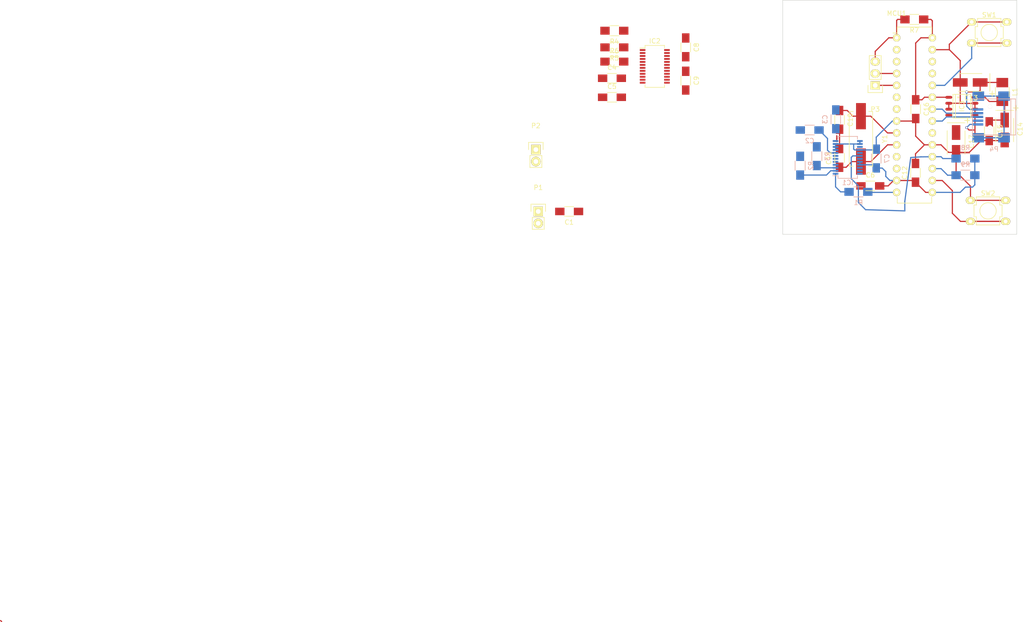
<source format=kicad_pcb>
(kicad_pcb (version 4) (host pcbnew "(2015-05-28 BZR 5689)-product")

  (general
    (links 107)
    (no_connects 41)
    (area 216 17 267 68)
    (thickness 1.6)
    (drawings 4)
    (tracks 184)
    (zones 0)
    (modules 38)
    (nets 58)
  )

  (page A4)
  (layers
    (0 F.Cu signal)
    (31 B.Cu signal)
    (32 B.Adhes user)
    (33 F.Adhes user)
    (34 B.Paste user)
    (35 F.Paste user)
    (36 B.SilkS user)
    (37 F.SilkS user)
    (38 B.Mask user)
    (39 F.Mask user)
    (40 Dwgs.User user)
    (41 Cmts.User user)
    (42 Eco1.User user)
    (43 Eco2.User user)
    (44 Edge.Cuts user)
    (45 Margin user)
    (46 B.CrtYd user)
    (47 F.CrtYd user)
    (48 B.Fab user)
    (49 F.Fab user)
  )

  (setup
    (last_trace_width 0.25)
    (trace_clearance 0.2)
    (zone_clearance 0.508)
    (zone_45_only no)
    (trace_min 0.2)
    (segment_width 0.2)
    (edge_width 0.1)
    (via_size 0.6)
    (via_drill 0.4)
    (via_min_size 0.4)
    (via_min_drill 0.3)
    (uvia_size 0.3)
    (uvia_drill 0.1)
    (uvias_allowed no)
    (uvia_min_size 0.2)
    (uvia_min_drill 0.1)
    (pcb_text_width 0.3)
    (pcb_text_size 1.5 1.5)
    (mod_edge_width 0.15)
    (mod_text_size 1 1)
    (mod_text_width 0.15)
    (pad_size 1.5 1.5)
    (pad_drill 0.6)
    (pad_to_mask_clearance 0)
    (aux_axis_origin 0 0)
    (visible_elements FFFFFF7F)
    (pcbplotparams
      (layerselection 0x00030_80000001)
      (usegerberextensions false)
      (excludeedgelayer true)
      (linewidth 0.100000)
      (plotframeref false)
      (viasonmask false)
      (mode 1)
      (useauxorigin false)
      (hpglpennumber 1)
      (hpglpenspeed 20)
      (hpglpendiameter 15)
      (hpglpenoverlay 2)
      (psnegative false)
      (psa4output false)
      (plotreference true)
      (plotvalue true)
      (plotinvisibletext false)
      (padsonsilk false)
      (subtractmaskfromsilk false)
      (outputformat 1)
      (mirror false)
      (drillshape 0)
      (scaleselection 1)
      (outputdirectory ""))
  )

  (net 0 "")
  (net 1 "Net-(C1-Pad2)")
  (net 2 "Net-(C2-Pad1)")
  (net 3 "Net-(C2-Pad2)")
  (net 4 "Net-(C3-Pad1)")
  (net 5 "Net-(C3-Pad2)")
  (net 6 "Net-(C4-Pad2)")
  (net 7 "Net-(C5-Pad2)")
  (net 8 "Net-(C6-Pad1)")
  (net 9 VDD)
  (net 10 "Net-(C8-Pad1)")
  (net 11 "Net-(C10-Pad1)")
  (net 12 "Net-(C11-Pad1)")
  (net 13 "Net-(C13-Pad1)")
  (net 14 "Net-(C14-Pad1)")
  (net 15 "Net-(C17-Pad1)")
  (net 16 "Net-(IC1-Pad1)")
  (net 17 "Net-(IC1-Pad2)")
  (net 18 "Net-(IC1-Pad3)")
  (net 19 "Net-(IC1-Pad4)")
  (net 20 "Net-(IC1-Pad5)")
  (net 21 "Net-(IC1-Pad6)")
  (net 22 "Net-(IC1-Pad7)")
  (net 23 /RST)
  (net 24 /SCLK)
  (net 25 /SDA)
  (net 26 "Net-(IC1-Pad19)")
  (net 27 "Net-(IC1-Pad23)")
  (net 28 "Net-(IC1-Pad24)")
  (net 29 "Net-(IC2-Pad1)")
  (net 30 "Net-(IC2-Pad2)")
  (net 31 "Net-(IC2-Pad3)")
  (net 32 "Net-(IC2-Pad4)")
  (net 33 "Net-(IC2-Pad5)")
  (net 34 "Net-(IC2-Pad6)")
  (net 35 "Net-(IC2-Pad7)")
  (net 36 "Net-(IC2-Pad19)")
  (net 37 "Net-(IC2-Pad23)")
  (net 38 "Net-(IC2-Pad24)")
  (net 39 "Net-(IC3-Pad4)")
  (net 40 "Net-(MCU1-Pad1)")
  (net 41 "Net-(MCU1-Pad2)")
  (net 42 "Net-(MCU1-Pad3)")
  (net 43 "Net-(MCU1-Pad4)")
  (net 44 "Net-(MCU1-Pad5)")
  (net 45 "Net-(MCU1-Pad7)")
  (net 46 "Net-(MCU1-Pad11)")
  (net 47 "Net-(MCU1-Pad12)")
  (net 48 "Net-(MCU1-Pad14)")
  (net 49 "Net-(MCU1-Pad16)")
  (net 50 "Net-(MCU1-Pad21)")
  (net 51 "Net-(MCU1-Pad22)")
  (net 52 "Net-(MCU1-Pad24)")
  (net 53 "Net-(MCU1-Pad25)")
  (net 54 "Net-(MCU1-Pad26)")
  (net 55 "Net-(P4-Pad4)")
  (net 56 "Net-(P4-Pad6)")
  (net 57 GND)

  (net_class Default "This is the default net class."
    (clearance 0.2)
    (trace_width 0.25)
    (via_dia 0.6)
    (via_drill 0.4)
    (uvia_dia 0.3)
    (uvia_drill 0.1)
    (add_net /RST)
    (add_net /SCLK)
    (add_net /SDA)
    (add_net GND)
    (add_net "Net-(C1-Pad2)")
    (add_net "Net-(C10-Pad1)")
    (add_net "Net-(C11-Pad1)")
    (add_net "Net-(C13-Pad1)")
    (add_net "Net-(C14-Pad1)")
    (add_net "Net-(C17-Pad1)")
    (add_net "Net-(C2-Pad1)")
    (add_net "Net-(C2-Pad2)")
    (add_net "Net-(C3-Pad1)")
    (add_net "Net-(C3-Pad2)")
    (add_net "Net-(C4-Pad2)")
    (add_net "Net-(C5-Pad2)")
    (add_net "Net-(C6-Pad1)")
    (add_net "Net-(C8-Pad1)")
    (add_net "Net-(IC1-Pad1)")
    (add_net "Net-(IC1-Pad19)")
    (add_net "Net-(IC1-Pad2)")
    (add_net "Net-(IC1-Pad23)")
    (add_net "Net-(IC1-Pad24)")
    (add_net "Net-(IC1-Pad3)")
    (add_net "Net-(IC1-Pad4)")
    (add_net "Net-(IC1-Pad5)")
    (add_net "Net-(IC1-Pad6)")
    (add_net "Net-(IC1-Pad7)")
    (add_net "Net-(IC2-Pad1)")
    (add_net "Net-(IC2-Pad19)")
    (add_net "Net-(IC2-Pad2)")
    (add_net "Net-(IC2-Pad23)")
    (add_net "Net-(IC2-Pad24)")
    (add_net "Net-(IC2-Pad3)")
    (add_net "Net-(IC2-Pad4)")
    (add_net "Net-(IC2-Pad5)")
    (add_net "Net-(IC2-Pad6)")
    (add_net "Net-(IC2-Pad7)")
    (add_net "Net-(IC3-Pad4)")
    (add_net "Net-(MCU1-Pad1)")
    (add_net "Net-(MCU1-Pad11)")
    (add_net "Net-(MCU1-Pad12)")
    (add_net "Net-(MCU1-Pad14)")
    (add_net "Net-(MCU1-Pad16)")
    (add_net "Net-(MCU1-Pad2)")
    (add_net "Net-(MCU1-Pad21)")
    (add_net "Net-(MCU1-Pad22)")
    (add_net "Net-(MCU1-Pad24)")
    (add_net "Net-(MCU1-Pad25)")
    (add_net "Net-(MCU1-Pad26)")
    (add_net "Net-(MCU1-Pad3)")
    (add_net "Net-(MCU1-Pad4)")
    (add_net "Net-(MCU1-Pad5)")
    (add_net "Net-(MCU1-Pad7)")
    (add_net "Net-(P4-Pad4)")
    (add_net "Net-(P4-Pad6)")
    (add_net VDD)
  )

  (net_class pwr ""
    (clearance 0.2)
    (trace_width 1)
    (via_dia 0.6)
    (via_drill 0.4)
    (uvia_dia 0.3)
    (uvia_drill 0.1)
  )

  (module Capacitors_Tantalum_SMD:TantalC_SizeB_EIA-3528_HandSoldering (layer F.Cu) (tedit 0) (tstamp 556F44A3)
    (at 257.048 35.56 180)
    (descr "Tantal Cap. , Size B, EIA-3528, Hand Soldering,")
    (tags "Tantal Cap. , Size B, EIA-3528, Hand Soldering,")
    (path /556F0C7F)
    (attr smd)
    (fp_text reference C13 (at -0.20066 -3.29946 180) (layer F.SilkS)
      (effects (font (size 1 1) (thickness 0.15)))
    )
    (fp_text value 2.2uF (at -0.09906 3.59918 180) (layer F.Fab)
      (effects (font (size 1 1) (thickness 0.15)))
    )
    (fp_text user + (at -4.70154 -2.4003 180) (layer F.SilkS)
      (effects (font (size 1 1) (thickness 0.15)))
    )
    (fp_line (start -4.20116 -1.89992) (end -4.20116 1.89992) (layer F.SilkS) (width 0.15))
    (fp_line (start 2.49936 -1.89992) (end -2.49936 -1.89992) (layer F.SilkS) (width 0.15))
    (fp_line (start 2.49682 1.89992) (end -2.5019 1.89992) (layer F.SilkS) (width 0.15))
    (fp_line (start -4.70408 -2.90322) (end -4.70408 -1.8034) (layer F.SilkS) (width 0.15))
    (fp_line (start -5.30352 -2.40284) (end -4.10464 -2.40284) (layer F.SilkS) (width 0.15))
    (pad 2 smd rect (at 2.12598 0 180) (size 3.1496 1.80086) (layers F.Cu F.Paste F.Mask)
      (net 57 GND))
    (pad 1 smd rect (at -2.12598 0 180) (size 3.1496 1.80086) (layers F.Cu F.Paste F.Mask)
      (net 13 "Net-(C13-Pad1)"))
    (model Capacitors_Tantalum_SMD.3dshapes/TantalC_SizeB_EIA-3528_HandSoldering.wrl
      (at (xyz 0 0 0))
      (scale (xyz 1 1 1))
      (rotate (xyz 0 0 180))
    )
  )

  (module Capacitors_SMD:C_1206_HandSoldering (layer F.Cu) (tedit 541A9C03) (tstamp 556F445B)
    (at 171.388 63.116 180)
    (descr "Capacitor SMD 1206, hand soldering")
    (tags "capacitor 1206")
    (path /55709F38)
    (attr smd)
    (fp_text reference C1 (at 0 -2.3 180) (layer F.SilkS)
      (effects (font (size 1 1) (thickness 0.15)))
    )
    (fp_text value 100nF (at 0 2.3 180) (layer F.Fab)
      (effects (font (size 1 1) (thickness 0.15)))
    )
    (fp_line (start -3.3 -1.15) (end 3.3 -1.15) (layer F.CrtYd) (width 0.05))
    (fp_line (start -3.3 1.15) (end 3.3 1.15) (layer F.CrtYd) (width 0.05))
    (fp_line (start -3.3 -1.15) (end -3.3 1.15) (layer F.CrtYd) (width 0.05))
    (fp_line (start 3.3 -1.15) (end 3.3 1.15) (layer F.CrtYd) (width 0.05))
    (fp_line (start 1 -1.025) (end -1 -1.025) (layer F.SilkS) (width 0.15))
    (fp_line (start -1 1.025) (end 1 1.025) (layer F.SilkS) (width 0.15))
    (pad 1 smd rect (at -2 0 180) (size 2 1.6) (layers F.Cu F.Paste F.Mask)
      (net 57 GND))
    (pad 2 smd rect (at 2 0 180) (size 2 1.6) (layers F.Cu F.Paste F.Mask)
      (net 1 "Net-(C1-Pad2)"))
    (model Capacitors_SMD.3dshapes/C_1206_HandSoldering.wrl
      (at (xyz 0 0 0))
      (scale (xyz 1 1 1))
      (rotate (xyz 0 0 0))
    )
  )

  (module Capacitors_SMD:C_1206_HandSoldering (layer B.Cu) (tedit 541A9C03) (tstamp 556F4461)
    (at 222.758 45.72)
    (descr "Capacitor SMD 1206, hand soldering")
    (tags "capacitor 1206")
    (path /5570063A)
    (attr smd)
    (fp_text reference C2 (at 0 2.3) (layer B.SilkS)
      (effects (font (size 1 1) (thickness 0.15)) (justify mirror))
    )
    (fp_text value 1nF (at 0 -2.3) (layer B.Fab)
      (effects (font (size 1 1) (thickness 0.15)) (justify mirror))
    )
    (fp_line (start -3.3 1.15) (end 3.3 1.15) (layer B.CrtYd) (width 0.05))
    (fp_line (start -3.3 -1.15) (end 3.3 -1.15) (layer B.CrtYd) (width 0.05))
    (fp_line (start -3.3 1.15) (end -3.3 -1.15) (layer B.CrtYd) (width 0.05))
    (fp_line (start 3.3 1.15) (end 3.3 -1.15) (layer B.CrtYd) (width 0.05))
    (fp_line (start 1 1.025) (end -1 1.025) (layer B.SilkS) (width 0.15))
    (fp_line (start -1 -1.025) (end 1 -1.025) (layer B.SilkS) (width 0.15))
    (pad 1 smd rect (at -2 0) (size 2 1.6) (layers B.Cu B.Paste B.Mask)
      (net 2 "Net-(C2-Pad1)"))
    (pad 2 smd rect (at 2 0) (size 2 1.6) (layers B.Cu B.Paste B.Mask)
      (net 3 "Net-(C2-Pad2)"))
    (model Capacitors_SMD.3dshapes/C_1206_HandSoldering.wrl
      (at (xyz 0 0 0))
      (scale (xyz 1 1 1))
      (rotate (xyz 0 0 0))
    )
  )

  (module Capacitors_SMD:C_1206_HandSoldering (layer B.Cu) (tedit 541A9C03) (tstamp 556F4467)
    (at 228.346 43.434 270)
    (descr "Capacitor SMD 1206, hand soldering")
    (tags "capacitor 1206")
    (path /55700634)
    (attr smd)
    (fp_text reference C3 (at 0 2.3 270) (layer B.SilkS)
      (effects (font (size 1 1) (thickness 0.15)) (justify mirror))
    )
    (fp_text value 470nF (at 0 -2.3 270) (layer B.Fab)
      (effects (font (size 1 1) (thickness 0.15)) (justify mirror))
    )
    (fp_line (start -3.3 1.15) (end 3.3 1.15) (layer B.CrtYd) (width 0.05))
    (fp_line (start -3.3 -1.15) (end 3.3 -1.15) (layer B.CrtYd) (width 0.05))
    (fp_line (start -3.3 1.15) (end -3.3 -1.15) (layer B.CrtYd) (width 0.05))
    (fp_line (start 3.3 1.15) (end 3.3 -1.15) (layer B.CrtYd) (width 0.05))
    (fp_line (start 1 1.025) (end -1 1.025) (layer B.SilkS) (width 0.15))
    (fp_line (start -1 -1.025) (end 1 -1.025) (layer B.SilkS) (width 0.15))
    (pad 1 smd rect (at -2 0 270) (size 2 1.6) (layers B.Cu B.Paste B.Mask)
      (net 4 "Net-(C3-Pad1)"))
    (pad 2 smd rect (at 2 0 270) (size 2 1.6) (layers B.Cu B.Paste B.Mask)
      (net 5 "Net-(C3-Pad2)"))
    (model Capacitors_SMD.3dshapes/C_1206_HandSoldering.wrl
      (at (xyz 0 0 0))
      (scale (xyz 1 1 1))
      (rotate (xyz 0 0 0))
    )
  )

  (module Capacitors_SMD:C_1206_HandSoldering (layer F.Cu) (tedit 541A9C03) (tstamp 556F446D)
    (at 180.532 34.668)
    (descr "Capacitor SMD 1206, hand soldering")
    (tags "capacitor 1206")
    (path /556FFE25)
    (attr smd)
    (fp_text reference C4 (at 0 -2.3) (layer F.SilkS)
      (effects (font (size 1 1) (thickness 0.15)))
    )
    (fp_text value 1nF (at 0 2.3) (layer F.Fab)
      (effects (font (size 1 1) (thickness 0.15)))
    )
    (fp_line (start -3.3 -1.15) (end 3.3 -1.15) (layer F.CrtYd) (width 0.05))
    (fp_line (start -3.3 1.15) (end 3.3 1.15) (layer F.CrtYd) (width 0.05))
    (fp_line (start -3.3 -1.15) (end -3.3 1.15) (layer F.CrtYd) (width 0.05))
    (fp_line (start 3.3 -1.15) (end 3.3 1.15) (layer F.CrtYd) (width 0.05))
    (fp_line (start 1 -1.025) (end -1 -1.025) (layer F.SilkS) (width 0.15))
    (fp_line (start -1 1.025) (end 1 1.025) (layer F.SilkS) (width 0.15))
    (pad 1 smd rect (at -2 0) (size 2 1.6) (layers F.Cu F.Paste F.Mask)
      (net 2 "Net-(C2-Pad1)"))
    (pad 2 smd rect (at 2 0) (size 2 1.6) (layers F.Cu F.Paste F.Mask)
      (net 6 "Net-(C4-Pad2)"))
    (model Capacitors_SMD.3dshapes/C_1206_HandSoldering.wrl
      (at (xyz 0 0 0))
      (scale (xyz 1 1 1))
      (rotate (xyz 0 0 0))
    )
  )

  (module Capacitors_SMD:C_1206_HandSoldering (layer F.Cu) (tedit 541A9C03) (tstamp 556F4473)
    (at 180.532 38.732)
    (descr "Capacitor SMD 1206, hand soldering")
    (tags "capacitor 1206")
    (path /556FFD46)
    (attr smd)
    (fp_text reference C5 (at 0 -2.3) (layer F.SilkS)
      (effects (font (size 1 1) (thickness 0.15)))
    )
    (fp_text value 470nF (at 0 2.3) (layer F.Fab)
      (effects (font (size 1 1) (thickness 0.15)))
    )
    (fp_line (start -3.3 -1.15) (end 3.3 -1.15) (layer F.CrtYd) (width 0.05))
    (fp_line (start -3.3 1.15) (end 3.3 1.15) (layer F.CrtYd) (width 0.05))
    (fp_line (start -3.3 -1.15) (end -3.3 1.15) (layer F.CrtYd) (width 0.05))
    (fp_line (start 3.3 -1.15) (end 3.3 1.15) (layer F.CrtYd) (width 0.05))
    (fp_line (start 1 -1.025) (end -1 -1.025) (layer F.SilkS) (width 0.15))
    (fp_line (start -1 1.025) (end 1 1.025) (layer F.SilkS) (width 0.15))
    (pad 1 smd rect (at -2 0) (size 2 1.6) (layers F.Cu F.Paste F.Mask)
      (net 4 "Net-(C3-Pad1)"))
    (pad 2 smd rect (at 2 0) (size 2 1.6) (layers F.Cu F.Paste F.Mask)
      (net 7 "Net-(C5-Pad2)"))
    (model Capacitors_SMD.3dshapes/C_1206_HandSoldering.wrl
      (at (xyz 0 0 0))
      (scale (xyz 1 1 1))
      (rotate (xyz 0 0 0))
    )
  )

  (module Capacitors_SMD:C_1206_HandSoldering (layer F.Cu) (tedit 541A9C03) (tstamp 556F4479)
    (at 235.712 57.658)
    (descr "Capacitor SMD 1206, hand soldering")
    (tags "capacitor 1206")
    (path /556F7F27)
    (attr smd)
    (fp_text reference C6 (at 0 -2.3) (layer F.SilkS)
      (effects (font (size 1 1) (thickness 0.15)))
    )
    (fp_text value 22pF (at 0 2.3) (layer F.Fab)
      (effects (font (size 1 1) (thickness 0.15)))
    )
    (fp_line (start -3.3 -1.15) (end 3.3 -1.15) (layer F.CrtYd) (width 0.05))
    (fp_line (start -3.3 1.15) (end 3.3 1.15) (layer F.CrtYd) (width 0.05))
    (fp_line (start -3.3 -1.15) (end -3.3 1.15) (layer F.CrtYd) (width 0.05))
    (fp_line (start 3.3 -1.15) (end 3.3 1.15) (layer F.CrtYd) (width 0.05))
    (fp_line (start 1 -1.025) (end -1 -1.025) (layer F.SilkS) (width 0.15))
    (fp_line (start -1 1.025) (end 1 1.025) (layer F.SilkS) (width 0.15))
    (pad 1 smd rect (at -2 0) (size 2 1.6) (layers F.Cu F.Paste F.Mask)
      (net 8 "Net-(C6-Pad1)"))
    (pad 2 smd rect (at 2 0) (size 2 1.6) (layers F.Cu F.Paste F.Mask)
      (net 9 VDD))
    (model Capacitors_SMD.3dshapes/C_1206_HandSoldering.wrl
      (at (xyz 0 0 0))
      (scale (xyz 1 1 1))
      (rotate (xyz 0 0 0))
    )
  )

  (module Capacitors_SMD:C_1206_HandSoldering (layer B.Cu) (tedit 541A9C03) (tstamp 556F447F)
    (at 236.982 51.816 90)
    (descr "Capacitor SMD 1206, hand soldering")
    (tags "capacitor 1206")
    (path /556F7F36)
    (attr smd)
    (fp_text reference C7 (at 0 2.3 90) (layer B.SilkS)
      (effects (font (size 1 1) (thickness 0.15)) (justify mirror))
    )
    (fp_text value 100nF (at 0 -2.3 90) (layer B.Fab)
      (effects (font (size 1 1) (thickness 0.15)) (justify mirror))
    )
    (fp_line (start -3.3 1.15) (end 3.3 1.15) (layer B.CrtYd) (width 0.05))
    (fp_line (start -3.3 -1.15) (end 3.3 -1.15) (layer B.CrtYd) (width 0.05))
    (fp_line (start -3.3 1.15) (end -3.3 -1.15) (layer B.CrtYd) (width 0.05))
    (fp_line (start 3.3 1.15) (end 3.3 -1.15) (layer B.CrtYd) (width 0.05))
    (fp_line (start 1 1.025) (end -1 1.025) (layer B.SilkS) (width 0.15))
    (fp_line (start -1 -1.025) (end 1 -1.025) (layer B.SilkS) (width 0.15))
    (pad 1 smd rect (at -2 0 90) (size 2 1.6) (layers B.Cu B.Paste B.Mask)
      (net 9 VDD))
    (pad 2 smd rect (at 2 0 90) (size 2 1.6) (layers B.Cu B.Paste B.Mask)
      (net 57 GND))
    (model Capacitors_SMD.3dshapes/C_1206_HandSoldering.wrl
      (at (xyz 0 0 0))
      (scale (xyz 1 1 1))
      (rotate (xyz 0 0 0))
    )
  )

  (module Capacitors_SMD:C_1206_HandSoldering (layer F.Cu) (tedit 541A9C03) (tstamp 556F4485)
    (at 196.28 28.064 270)
    (descr "Capacitor SMD 1206, hand soldering")
    (tags "capacitor 1206")
    (path /556F1D7F)
    (attr smd)
    (fp_text reference C8 (at 0 -2.3 270) (layer F.SilkS)
      (effects (font (size 1 1) (thickness 0.15)))
    )
    (fp_text value 22pF (at 0 2.3 270) (layer F.Fab)
      (effects (font (size 1 1) (thickness 0.15)))
    )
    (fp_line (start -3.3 -1.15) (end 3.3 -1.15) (layer F.CrtYd) (width 0.05))
    (fp_line (start -3.3 1.15) (end 3.3 1.15) (layer F.CrtYd) (width 0.05))
    (fp_line (start -3.3 -1.15) (end -3.3 1.15) (layer F.CrtYd) (width 0.05))
    (fp_line (start 3.3 -1.15) (end 3.3 1.15) (layer F.CrtYd) (width 0.05))
    (fp_line (start 1 -1.025) (end -1 -1.025) (layer F.SilkS) (width 0.15))
    (fp_line (start -1 1.025) (end 1 1.025) (layer F.SilkS) (width 0.15))
    (pad 1 smd rect (at -2 0 270) (size 2 1.6) (layers F.Cu F.Paste F.Mask)
      (net 10 "Net-(C8-Pad1)"))
    (pad 2 smd rect (at 2 0 270) (size 2 1.6) (layers F.Cu F.Paste F.Mask)
      (net 9 VDD))
    (model Capacitors_SMD.3dshapes/C_1206_HandSoldering.wrl
      (at (xyz 0 0 0))
      (scale (xyz 1 1 1))
      (rotate (xyz 0 0 0))
    )
  )

  (module Capacitors_SMD:C_1206_HandSoldering (layer F.Cu) (tedit 541A9C03) (tstamp 556F448B)
    (at 196.28 35.176 270)
    (descr "Capacitor SMD 1206, hand soldering")
    (tags "capacitor 1206")
    (path /556F238E)
    (attr smd)
    (fp_text reference C9 (at 0 -2.3 270) (layer F.SilkS)
      (effects (font (size 1 1) (thickness 0.15)))
    )
    (fp_text value 100nF (at 0 2.3 270) (layer F.Fab)
      (effects (font (size 1 1) (thickness 0.15)))
    )
    (fp_line (start -3.3 -1.15) (end 3.3 -1.15) (layer F.CrtYd) (width 0.05))
    (fp_line (start -3.3 1.15) (end 3.3 1.15) (layer F.CrtYd) (width 0.05))
    (fp_line (start -3.3 -1.15) (end -3.3 1.15) (layer F.CrtYd) (width 0.05))
    (fp_line (start 3.3 -1.15) (end 3.3 1.15) (layer F.CrtYd) (width 0.05))
    (fp_line (start 1 -1.025) (end -1 -1.025) (layer F.SilkS) (width 0.15))
    (fp_line (start -1 1.025) (end 1 1.025) (layer F.SilkS) (width 0.15))
    (pad 1 smd rect (at -2 0 270) (size 2 1.6) (layers F.Cu F.Paste F.Mask)
      (net 9 VDD))
    (pad 2 smd rect (at 2 0 270) (size 2 1.6) (layers F.Cu F.Paste F.Mask)
      (net 57 GND))
    (model Capacitors_SMD.3dshapes/C_1206_HandSoldering.wrl
      (at (xyz 0 0 0))
      (scale (xyz 1 1 1))
      (rotate (xyz 0 0 0))
    )
  )

  (module Capacitors_SMD:C_1206_HandSoldering (layer F.Cu) (tedit 541A9C03) (tstamp 556F4491)
    (at 229.144 43.55 270)
    (descr "Capacitor SMD 1206, hand soldering")
    (tags "capacitor 1206")
    (path /556F13DA)
    (attr smd)
    (fp_text reference C10 (at 0 -2.3 270) (layer F.SilkS)
      (effects (font (size 1 1) (thickness 0.15)))
    )
    (fp_text value 22pF (at 0 2.3 270) (layer F.Fab)
      (effects (font (size 1 1) (thickness 0.15)))
    )
    (fp_line (start -3.3 -1.15) (end 3.3 -1.15) (layer F.CrtYd) (width 0.05))
    (fp_line (start -3.3 1.15) (end 3.3 1.15) (layer F.CrtYd) (width 0.05))
    (fp_line (start -3.3 -1.15) (end -3.3 1.15) (layer F.CrtYd) (width 0.05))
    (fp_line (start 3.3 -1.15) (end 3.3 1.15) (layer F.CrtYd) (width 0.05))
    (fp_line (start 1 -1.025) (end -1 -1.025) (layer F.SilkS) (width 0.15))
    (fp_line (start -1 1.025) (end 1 1.025) (layer F.SilkS) (width 0.15))
    (pad 1 smd rect (at -2 0 270) (size 2 1.6) (layers F.Cu F.Paste F.Mask)
      (net 11 "Net-(C10-Pad1)"))
    (pad 2 smd rect (at 2 0 270) (size 2 1.6) (layers F.Cu F.Paste F.Mask)
      (net 57 GND))
    (model Capacitors_SMD.3dshapes/C_1206_HandSoldering.wrl
      (at (xyz 0 0 0))
      (scale (xyz 1 1 1))
      (rotate (xyz 0 0 0))
    )
  )

  (module Capacitors_SMD:C_1206_HandSoldering (layer F.Cu) (tedit 541A9C03) (tstamp 556F4497)
    (at 229.144 51.678 90)
    (descr "Capacitor SMD 1206, hand soldering")
    (tags "capacitor 1206")
    (path /556F1420)
    (attr smd)
    (fp_text reference C11 (at 0 -2.3 90) (layer F.SilkS)
      (effects (font (size 1 1) (thickness 0.15)))
    )
    (fp_text value 22pF (at 0 2.3 90) (layer F.Fab)
      (effects (font (size 1 1) (thickness 0.15)))
    )
    (fp_line (start -3.3 -1.15) (end 3.3 -1.15) (layer F.CrtYd) (width 0.05))
    (fp_line (start -3.3 1.15) (end 3.3 1.15) (layer F.CrtYd) (width 0.05))
    (fp_line (start -3.3 -1.15) (end -3.3 1.15) (layer F.CrtYd) (width 0.05))
    (fp_line (start 3.3 -1.15) (end 3.3 1.15) (layer F.CrtYd) (width 0.05))
    (fp_line (start 1 -1.025) (end -1 -1.025) (layer F.SilkS) (width 0.15))
    (fp_line (start -1 1.025) (end 1 1.025) (layer F.SilkS) (width 0.15))
    (pad 1 smd rect (at -2 0 90) (size 2 1.6) (layers F.Cu F.Paste F.Mask)
      (net 12 "Net-(C11-Pad1)"))
    (pad 2 smd rect (at 2 0 90) (size 2 1.6) (layers F.Cu F.Paste F.Mask)
      (net 57 GND))
    (model Capacitors_SMD.3dshapes/C_1206_HandSoldering.wrl
      (at (xyz 0 0 0))
      (scale (xyz 1 1 1))
      (rotate (xyz 0 0 0))
    )
  )

  (module Capacitors_SMD:C_1206_HandSoldering (layer F.Cu) (tedit 541A9C03) (tstamp 556F449D)
    (at 245.364 54.864 90)
    (descr "Capacitor SMD 1206, hand soldering")
    (tags "capacitor 1206")
    (path /55704BCB)
    (attr smd)
    (fp_text reference C12 (at 0 -2.3 90) (layer F.SilkS)
      (effects (font (size 1 1) (thickness 0.15)))
    )
    (fp_text value 100nF (at 0 2.3 90) (layer F.Fab)
      (effects (font (size 1 1) (thickness 0.15)))
    )
    (fp_line (start -3.3 -1.15) (end 3.3 -1.15) (layer F.CrtYd) (width 0.05))
    (fp_line (start -3.3 1.15) (end 3.3 1.15) (layer F.CrtYd) (width 0.05))
    (fp_line (start -3.3 -1.15) (end -3.3 1.15) (layer F.CrtYd) (width 0.05))
    (fp_line (start 3.3 -1.15) (end 3.3 1.15) (layer F.CrtYd) (width 0.05))
    (fp_line (start 1 -1.025) (end -1 -1.025) (layer F.SilkS) (width 0.15))
    (fp_line (start -1 1.025) (end 1 1.025) (layer F.SilkS) (width 0.15))
    (pad 1 smd rect (at -2 0 90) (size 2 1.6) (layers F.Cu F.Paste F.Mask)
      (net 9 VDD))
    (pad 2 smd rect (at 2 0 90) (size 2 1.6) (layers F.Cu F.Paste F.Mask)
      (net 57 GND))
    (model Capacitors_SMD.3dshapes/C_1206_HandSoldering.wrl
      (at (xyz 0 0 0))
      (scale (xyz 1 1 1))
      (rotate (xyz 0 0 0))
    )
  )

  (module Capacitors_Tantalum_SMD:TantalC_SizeB_EIA-3528_HandSoldering (layer F.Cu) (tedit 0) (tstamp 556F44A9)
    (at 264.414 45.72 270)
    (descr "Tantal Cap. , Size B, EIA-3528, Hand Soldering,")
    (tags "Tantal Cap. , Size B, EIA-3528, Hand Soldering,")
    (path /556F0C33)
    (attr smd)
    (fp_text reference C14 (at -0.20066 -3.29946 270) (layer F.SilkS)
      (effects (font (size 1 1) (thickness 0.15)))
    )
    (fp_text value 2.2uF (at -0.09906 3.59918 270) (layer F.Fab)
      (effects (font (size 1 1) (thickness 0.15)))
    )
    (fp_text user + (at -4.70154 -2.4003 270) (layer F.SilkS)
      (effects (font (size 1 1) (thickness 0.15)))
    )
    (fp_line (start -4.20116 -1.89992) (end -4.20116 1.89992) (layer F.SilkS) (width 0.15))
    (fp_line (start 2.49936 -1.89992) (end -2.49936 -1.89992) (layer F.SilkS) (width 0.15))
    (fp_line (start 2.49682 1.89992) (end -2.5019 1.89992) (layer F.SilkS) (width 0.15))
    (fp_line (start -4.70408 -2.90322) (end -4.70408 -1.8034) (layer F.SilkS) (width 0.15))
    (fp_line (start -5.30352 -2.40284) (end -4.10464 -2.40284) (layer F.SilkS) (width 0.15))
    (pad 2 smd rect (at 2.12598 0 270) (size 3.1496 1.80086) (layers F.Cu F.Paste F.Mask)
      (net 57 GND))
    (pad 1 smd rect (at -2.12598 0 270) (size 3.1496 1.80086) (layers F.Cu F.Paste F.Mask)
      (net 14 "Net-(C14-Pad1)"))
    (model Capacitors_Tantalum_SMD.3dshapes/TantalC_SizeB_EIA-3528_HandSoldering.wrl
      (at (xyz 0 0 0))
      (scale (xyz 1 1 1))
      (rotate (xyz 0 0 180))
    )
  )

  (module Capacitors_SMD:C_1206_HandSoldering (layer F.Cu) (tedit 541A9C03) (tstamp 556F44AF)
    (at 261.112 45.974 270)
    (descr "Capacitor SMD 1206, hand soldering")
    (tags "capacitor 1206")
    (path /556F0B8B)
    (attr smd)
    (fp_text reference C15 (at 0 -2.3 270) (layer F.SilkS)
      (effects (font (size 1 1) (thickness 0.15)))
    )
    (fp_text value 100nF (at 0 2.3 270) (layer F.Fab)
      (effects (font (size 1 1) (thickness 0.15)))
    )
    (fp_line (start -3.3 -1.15) (end 3.3 -1.15) (layer F.CrtYd) (width 0.05))
    (fp_line (start -3.3 1.15) (end 3.3 1.15) (layer F.CrtYd) (width 0.05))
    (fp_line (start -3.3 -1.15) (end -3.3 1.15) (layer F.CrtYd) (width 0.05))
    (fp_line (start 3.3 -1.15) (end 3.3 1.15) (layer F.CrtYd) (width 0.05))
    (fp_line (start 1 -1.025) (end -1 -1.025) (layer F.SilkS) (width 0.15))
    (fp_line (start -1 1.025) (end 1 1.025) (layer F.SilkS) (width 0.15))
    (pad 1 smd rect (at -2 0 270) (size 2 1.6) (layers F.Cu F.Paste F.Mask)
      (net 14 "Net-(C14-Pad1)"))
    (pad 2 smd rect (at 2 0 270) (size 2 1.6) (layers F.Cu F.Paste F.Mask)
      (net 57 GND))
    (model Capacitors_SMD.3dshapes/C_1206_HandSoldering.wrl
      (at (xyz 0 0 0))
      (scale (xyz 1 1 1))
      (rotate (xyz 0 0 0))
    )
  )

  (module Capacitors_SMD:C_1206_HandSoldering (layer F.Cu) (tedit 541A9C03) (tstamp 556F44B5)
    (at 245.4 41.264 270)
    (descr "Capacitor SMD 1206, hand soldering")
    (tags "capacitor 1206")
    (path /556F307C)
    (attr smd)
    (fp_text reference C16 (at 0 -2.3 270) (layer F.SilkS)
      (effects (font (size 1 1) (thickness 0.15)))
    )
    (fp_text value 100nF (at 0 2.3 270) (layer F.Fab)
      (effects (font (size 1 1) (thickness 0.15)))
    )
    (fp_line (start -3.3 -1.15) (end 3.3 -1.15) (layer F.CrtYd) (width 0.05))
    (fp_line (start -3.3 1.15) (end 3.3 1.15) (layer F.CrtYd) (width 0.05))
    (fp_line (start -3.3 -1.15) (end -3.3 1.15) (layer F.CrtYd) (width 0.05))
    (fp_line (start 3.3 -1.15) (end 3.3 1.15) (layer F.CrtYd) (width 0.05))
    (fp_line (start 1 -1.025) (end -1 -1.025) (layer F.SilkS) (width 0.15))
    (fp_line (start -1 1.025) (end 1 1.025) (layer F.SilkS) (width 0.15))
    (pad 1 smd rect (at -2 0 270) (size 2 1.6) (layers F.Cu F.Paste F.Mask)
      (net 9 VDD))
    (pad 2 smd rect (at 2 0 270) (size 2 1.6) (layers F.Cu F.Paste F.Mask)
      (net 57 GND))
    (model Capacitors_SMD.3dshapes/C_1206_HandSoldering.wrl
      (at (xyz 0 0 0))
      (scale (xyz 1 1 1))
      (rotate (xyz 0 0 0))
    )
  )

  (module Capacitors_Tantalum_SMD:TantalC_SizeB_EIA-3528_HandSoldering (layer F.Cu) (tedit 0) (tstamp 556F44BB)
    (at 254.036 48.376 270)
    (descr "Tantal Cap. , Size B, EIA-3528, Hand Soldering,")
    (tags "Tantal Cap. , Size B, EIA-3528, Hand Soldering,")
    (path /556F2B4C)
    (attr smd)
    (fp_text reference C17 (at -0.20066 -3.29946 270) (layer F.SilkS)
      (effects (font (size 1 1) (thickness 0.15)))
    )
    (fp_text value 10uF (at -0.09906 3.59918 270) (layer F.Fab)
      (effects (font (size 1 1) (thickness 0.15)))
    )
    (fp_text user + (at -4.70154 -2.4003 270) (layer F.SilkS)
      (effects (font (size 1 1) (thickness 0.15)))
    )
    (fp_line (start -4.20116 -1.89992) (end -4.20116 1.89992) (layer F.SilkS) (width 0.15))
    (fp_line (start 2.49936 -1.89992) (end -2.49936 -1.89992) (layer F.SilkS) (width 0.15))
    (fp_line (start 2.49682 1.89992) (end -2.5019 1.89992) (layer F.SilkS) (width 0.15))
    (fp_line (start -4.70408 -2.90322) (end -4.70408 -1.8034) (layer F.SilkS) (width 0.15))
    (fp_line (start -5.30352 -2.40284) (end -4.10464 -2.40284) (layer F.SilkS) (width 0.15))
    (pad 2 smd rect (at 2.12598 0 270) (size 3.1496 1.80086) (layers F.Cu F.Paste F.Mask)
      (net 57 GND))
    (pad 1 smd rect (at -2.12598 0 270) (size 3.1496 1.80086) (layers F.Cu F.Paste F.Mask)
      (net 15 "Net-(C17-Pad1)"))
    (model Capacitors_Tantalum_SMD.3dshapes/TantalC_SizeB_EIA-3528_HandSoldering.wrl
      (at (xyz 0 0 0))
      (scale (xyz 1 1 1))
      (rotate (xyz 0 0 180))
    )
  )

  (module Housings_SSOP:SSOP-24_3.9x8.7mm_Pitch0.635mm (layer B.Cu) (tedit 54130A77) (tstamp 556F44D7)
    (at 230.886 51.562)
    (descr "SSOP24: plastic shrink small outline package; 24 leads; body width 3.9 mm; lead pitch 0.635; (see NXP SSOP-TSSOP-VSO-REFLOW.pdf and sot556-1_po.pdf)")
    (tags "SSOP 0.635")
    (path /556F7EEA)
    (attr smd)
    (fp_text reference IC1 (at 0 5.4) (layer B.SilkS)
      (effects (font (size 1 1) (thickness 0.15)) (justify mirror))
    )
    (fp_text value SI4735-D60 (at 0 -5.4) (layer B.Fab)
      (effects (font (size 1 1) (thickness 0.15)) (justify mirror))
    )
    (fp_line (start -3.45 4.65) (end -3.45 -4.65) (layer B.CrtYd) (width 0.05))
    (fp_line (start 3.45 4.65) (end 3.45 -4.65) (layer B.CrtYd) (width 0.05))
    (fp_line (start -3.45 4.65) (end 3.45 4.65) (layer B.CrtYd) (width 0.05))
    (fp_line (start -3.45 -4.65) (end 3.45 -4.65) (layer B.CrtYd) (width 0.05))
    (fp_line (start -2.075 4.475) (end -2.075 3.9175) (layer B.SilkS) (width 0.15))
    (fp_line (start 2.075 4.475) (end 2.075 3.9175) (layer B.SilkS) (width 0.15))
    (fp_line (start 2.075 -4.475) (end 2.075 -3.9175) (layer B.SilkS) (width 0.15))
    (fp_line (start -2.075 -4.475) (end -2.075 -3.9175) (layer B.SilkS) (width 0.15))
    (fp_line (start -2.075 4.475) (end 2.075 4.475) (layer B.SilkS) (width 0.15))
    (fp_line (start -2.075 -4.475) (end 2.075 -4.475) (layer B.SilkS) (width 0.15))
    (fp_line (start -2.075 3.9175) (end -3.2 3.9175) (layer B.SilkS) (width 0.15))
    (pad 1 smd rect (at -2.6 3.4925) (size 1.2 0.4) (layers B.Cu B.Paste B.Mask)
      (net 16 "Net-(IC1-Pad1)"))
    (pad 2 smd rect (at -2.6 2.8575) (size 1.2 0.4) (layers B.Cu B.Paste B.Mask)
      (net 17 "Net-(IC1-Pad2)"))
    (pad 3 smd rect (at -2.6 2.2225) (size 1.2 0.4) (layers B.Cu B.Paste B.Mask)
      (net 18 "Net-(IC1-Pad3)"))
    (pad 4 smd rect (at -2.6 1.5875) (size 1.2 0.4) (layers B.Cu B.Paste B.Mask)
      (net 19 "Net-(IC1-Pad4)"))
    (pad 5 smd rect (at -2.6 0.9525) (size 1.2 0.4) (layers B.Cu B.Paste B.Mask)
      (net 20 "Net-(IC1-Pad5)"))
    (pad 6 smd rect (at -2.6 0.3175) (size 1.2 0.4) (layers B.Cu B.Paste B.Mask)
      (net 21 "Net-(IC1-Pad6)"))
    (pad 7 smd rect (at -2.6 -0.3175) (size 1.2 0.4) (layers B.Cu B.Paste B.Mask)
      (net 22 "Net-(IC1-Pad7)"))
    (pad 8 smd rect (at -2.6 -0.9525) (size 1.2 0.4) (layers B.Cu B.Paste B.Mask)
      (net 3 "Net-(C2-Pad2)"))
    (pad 9 smd rect (at -2.6 -1.5875) (size 1.2 0.4) (layers B.Cu B.Paste B.Mask)
      (net 57 GND))
    (pad 10 smd rect (at -2.6 -2.2225) (size 1.2 0.4) (layers B.Cu B.Paste B.Mask)
      (net 57 GND))
    (pad 11 smd rect (at -2.6 -2.8575) (size 1.2 0.4) (layers B.Cu B.Paste B.Mask)
      (net 57 GND))
    (pad 12 smd rect (at -2.6 -3.4925) (size 1.2 0.4) (layers B.Cu B.Paste B.Mask)
      (net 5 "Net-(C3-Pad2)"))
    (pad 13 smd rect (at 2.6 -3.4925) (size 1.2 0.4) (layers B.Cu B.Paste B.Mask)
      (net 57 GND))
    (pad 14 smd rect (at 2.6 -2.8575) (size 1.2 0.4) (layers B.Cu B.Paste B.Mask)
      (net 57 GND))
    (pad 15 smd rect (at 2.6 -2.2225) (size 1.2 0.4) (layers B.Cu B.Paste B.Mask)
      (net 23 /RST))
    (pad 16 smd rect (at 2.6 -1.5875) (size 1.2 0.4) (layers B.Cu B.Paste B.Mask)
      (net 57 GND))
    (pad 17 smd rect (at 2.6 -0.9525) (size 1.2 0.4) (layers B.Cu B.Paste B.Mask)
      (net 24 /SCLK))
    (pad 18 smd rect (at 2.6 -0.3175) (size 1.2 0.4) (layers B.Cu B.Paste B.Mask)
      (net 25 /SDA))
    (pad 19 smd rect (at 2.6 0.3175) (size 1.2 0.4) (layers B.Cu B.Paste B.Mask)
      (net 26 "Net-(IC1-Pad19)"))
    (pad 20 smd rect (at 2.6 0.9525) (size 1.2 0.4) (layers B.Cu B.Paste B.Mask)
      (net 9 VDD))
    (pad 21 smd rect (at 2.6 1.5875) (size 1.2 0.4) (layers B.Cu B.Paste B.Mask)
      (net 9 VDD))
    (pad 22 smd rect (at 2.6 2.2225) (size 1.2 0.4) (layers B.Cu B.Paste B.Mask)
      (net 8 "Net-(C6-Pad1)"))
    (pad 23 smd rect (at 2.6 2.8575) (size 1.2 0.4) (layers B.Cu B.Paste B.Mask)
      (net 27 "Net-(IC1-Pad23)"))
    (pad 24 smd rect (at 2.6 3.4925) (size 1.2 0.4) (layers B.Cu B.Paste B.Mask)
      (net 28 "Net-(IC1-Pad24)"))
    (model Housings_SSOP.3dshapes/SSOP-24_3.9x8.7mm_Pitch0.635mm.wrl
      (at (xyz 0 0 0))
      (scale (xyz 1 1 1))
      (rotate (xyz 0 0 0))
    )
  )

  (module Housings_SSOP:SSOP-24_3.9x8.7mm_Pitch0.635mm (layer F.Cu) (tedit 54130A77) (tstamp 556F44F3)
    (at 189.676 32.128)
    (descr "SSOP24: plastic shrink small outline package; 24 leads; body width 3.9 mm; lead pitch 0.635; (see NXP SSOP-TSSOP-VSO-REFLOW.pdf and sot556-1_po.pdf)")
    (tags "SSOP 0.635")
    (path /55675B3B)
    (attr smd)
    (fp_text reference IC2 (at 0 -5.4) (layer F.SilkS)
      (effects (font (size 1 1) (thickness 0.15)))
    )
    (fp_text value SI4735-D60 (at 0 5.4) (layer F.Fab)
      (effects (font (size 1 1) (thickness 0.15)))
    )
    (fp_line (start -3.45 -4.65) (end -3.45 4.65) (layer F.CrtYd) (width 0.05))
    (fp_line (start 3.45 -4.65) (end 3.45 4.65) (layer F.CrtYd) (width 0.05))
    (fp_line (start -3.45 -4.65) (end 3.45 -4.65) (layer F.CrtYd) (width 0.05))
    (fp_line (start -3.45 4.65) (end 3.45 4.65) (layer F.CrtYd) (width 0.05))
    (fp_line (start -2.075 -4.475) (end -2.075 -3.9175) (layer F.SilkS) (width 0.15))
    (fp_line (start 2.075 -4.475) (end 2.075 -3.9175) (layer F.SilkS) (width 0.15))
    (fp_line (start 2.075 4.475) (end 2.075 3.9175) (layer F.SilkS) (width 0.15))
    (fp_line (start -2.075 4.475) (end -2.075 3.9175) (layer F.SilkS) (width 0.15))
    (fp_line (start -2.075 -4.475) (end 2.075 -4.475) (layer F.SilkS) (width 0.15))
    (fp_line (start -2.075 4.475) (end 2.075 4.475) (layer F.SilkS) (width 0.15))
    (fp_line (start -2.075 -3.9175) (end -3.2 -3.9175) (layer F.SilkS) (width 0.15))
    (pad 1 smd rect (at -2.6 -3.4925) (size 1.2 0.4) (layers F.Cu F.Paste F.Mask)
      (net 29 "Net-(IC2-Pad1)"))
    (pad 2 smd rect (at -2.6 -2.8575) (size 1.2 0.4) (layers F.Cu F.Paste F.Mask)
      (net 30 "Net-(IC2-Pad2)"))
    (pad 3 smd rect (at -2.6 -2.2225) (size 1.2 0.4) (layers F.Cu F.Paste F.Mask)
      (net 31 "Net-(IC2-Pad3)"))
    (pad 4 smd rect (at -2.6 -1.5875) (size 1.2 0.4) (layers F.Cu F.Paste F.Mask)
      (net 32 "Net-(IC2-Pad4)"))
    (pad 5 smd rect (at -2.6 -0.9525) (size 1.2 0.4) (layers F.Cu F.Paste F.Mask)
      (net 33 "Net-(IC2-Pad5)"))
    (pad 6 smd rect (at -2.6 -0.3175) (size 1.2 0.4) (layers F.Cu F.Paste F.Mask)
      (net 34 "Net-(IC2-Pad6)"))
    (pad 7 smd rect (at -2.6 0.3175) (size 1.2 0.4) (layers F.Cu F.Paste F.Mask)
      (net 35 "Net-(IC2-Pad7)"))
    (pad 8 smd rect (at -2.6 0.9525) (size 1.2 0.4) (layers F.Cu F.Paste F.Mask)
      (net 6 "Net-(C4-Pad2)"))
    (pad 9 smd rect (at -2.6 1.5875) (size 1.2 0.4) (layers F.Cu F.Paste F.Mask)
      (net 57 GND))
    (pad 10 smd rect (at -2.6 2.2225) (size 1.2 0.4) (layers F.Cu F.Paste F.Mask)
      (net 57 GND))
    (pad 11 smd rect (at -2.6 2.8575) (size 1.2 0.4) (layers F.Cu F.Paste F.Mask)
      (net 57 GND))
    (pad 12 smd rect (at -2.6 3.4925) (size 1.2 0.4) (layers F.Cu F.Paste F.Mask)
      (net 7 "Net-(C5-Pad2)"))
    (pad 13 smd rect (at 2.6 3.4925) (size 1.2 0.4) (layers F.Cu F.Paste F.Mask)
      (net 57 GND))
    (pad 14 smd rect (at 2.6 2.8575) (size 1.2 0.4) (layers F.Cu F.Paste F.Mask)
      (net 57 GND))
    (pad 15 smd rect (at 2.6 2.2225) (size 1.2 0.4) (layers F.Cu F.Paste F.Mask)
      (net 23 /RST))
    (pad 16 smd rect (at 2.6 1.5875) (size 1.2 0.4) (layers F.Cu F.Paste F.Mask)
      (net 9 VDD))
    (pad 17 smd rect (at 2.6 0.9525) (size 1.2 0.4) (layers F.Cu F.Paste F.Mask)
      (net 24 /SCLK))
    (pad 18 smd rect (at 2.6 0.3175) (size 1.2 0.4) (layers F.Cu F.Paste F.Mask)
      (net 25 /SDA))
    (pad 19 smd rect (at 2.6 -0.3175) (size 1.2 0.4) (layers F.Cu F.Paste F.Mask)
      (net 36 "Net-(IC2-Pad19)"))
    (pad 20 smd rect (at 2.6 -0.9525) (size 1.2 0.4) (layers F.Cu F.Paste F.Mask)
      (net 9 VDD))
    (pad 21 smd rect (at 2.6 -1.5875) (size 1.2 0.4) (layers F.Cu F.Paste F.Mask)
      (net 9 VDD))
    (pad 22 smd rect (at 2.6 -2.2225) (size 1.2 0.4) (layers F.Cu F.Paste F.Mask)
      (net 10 "Net-(C8-Pad1)"))
    (pad 23 smd rect (at 2.6 -2.8575) (size 1.2 0.4) (layers F.Cu F.Paste F.Mask)
      (net 37 "Net-(IC2-Pad23)"))
    (pad 24 smd rect (at 2.6 -3.4925) (size 1.2 0.4) (layers F.Cu F.Paste F.Mask)
      (net 38 "Net-(IC2-Pad24)"))
    (model Housings_SSOP.3dshapes/SSOP-24_3.9x8.7mm_Pitch0.635mm.wrl
      (at (xyz 0 0 0))
      (scale (xyz 1 1 1))
      (rotate (xyz 0 0 0))
    )
  )

  (module Power_Integrations:SO-8 (layer F.Cu) (tedit 0) (tstamp 556F44FF)
    (at 255.27 40.64 270)
    (descr "SO-8 Surface Mount Small Outline 150mil 8pin Package")
    (tags "Power Integrations D Package")
    (path /55675A72)
    (fp_text reference IC3 (at 0 0 270) (layer F.SilkS)
      (effects (font (size 1 1) (thickness 0.15)))
    )
    (fp_text value LE33-SMT (at 0 0 270) (layer F.Fab)
      (effects (font (size 1 1) (thickness 0.15)))
    )
    (fp_circle (center -1.905 0.762) (end -1.778 0.762) (layer F.SilkS) (width 0.15))
    (fp_line (start -2.54 1.397) (end 2.54 1.397) (layer F.SilkS) (width 0.15))
    (fp_line (start -2.54 -1.905) (end 2.54 -1.905) (layer F.SilkS) (width 0.15))
    (fp_line (start -2.54 1.905) (end 2.54 1.905) (layer F.SilkS) (width 0.15))
    (fp_line (start -2.54 1.905) (end -2.54 -1.905) (layer F.SilkS) (width 0.15))
    (fp_line (start 2.54 1.905) (end 2.54 -1.905) (layer F.SilkS) (width 0.15))
    (pad 1 smd oval (at -1.905 2.794 270) (size 0.6096 1.4732) (layers F.Cu F.Paste F.Mask)
      (net 9 VDD))
    (pad 2 smd oval (at -0.635 2.794 270) (size 0.6096 1.4732) (layers F.Cu F.Paste F.Mask)
      (net 57 GND))
    (pad 3 smd oval (at 0.635 2.794 270) (size 0.6096 1.4732) (layers F.Cu F.Paste F.Mask)
      (net 57 GND))
    (pad 4 smd oval (at 1.905 2.794 270) (size 0.6096 1.4732) (layers F.Cu F.Paste F.Mask)
      (net 39 "Net-(IC3-Pad4)"))
    (pad 5 smd oval (at 1.905 -2.794 270) (size 0.6096 1.4732) (layers F.Cu F.Paste F.Mask)
      (net 57 GND))
    (pad 6 smd oval (at 0.635 -2.794 270) (size 0.6096 1.4732) (layers F.Cu F.Paste F.Mask)
      (net 57 GND))
    (pad 7 smd oval (at -0.635 -2.794 270) (size 0.6096 1.4732) (layers F.Cu F.Paste F.Mask)
      (net 57 GND))
    (pad 8 smd oval (at -1.905 -2.794 270) (size 0.6096 1.4732) (layers F.Cu F.Paste F.Mask)
      (net 14 "Net-(C14-Pad1)"))
  )

  (module Resistors_SMD:R_1210_HandSoldering (layer F.Cu) (tedit 5418A32D) (tstamp 556F4505)
    (at 263.906 37.592 270)
    (descr "Resistor SMD 1210, hand soldering")
    (tags "resistor 1210")
    (path /556F096F)
    (attr smd)
    (fp_text reference L1 (at 0 -2.7 270) (layer F.SilkS)
      (effects (font (size 1 1) (thickness 0.15)))
    )
    (fp_text value 10uH (at 0 2.7 270) (layer F.Fab)
      (effects (font (size 1 1) (thickness 0.15)))
    )
    (fp_line (start -3.3 -1.6) (end 3.3 -1.6) (layer F.CrtYd) (width 0.05))
    (fp_line (start -3.3 1.6) (end 3.3 1.6) (layer F.CrtYd) (width 0.05))
    (fp_line (start -3.3 -1.6) (end -3.3 1.6) (layer F.CrtYd) (width 0.05))
    (fp_line (start 3.3 -1.6) (end 3.3 1.6) (layer F.CrtYd) (width 0.05))
    (fp_line (start 1 1.475) (end -1 1.475) (layer F.SilkS) (width 0.15))
    (fp_line (start -1 -1.475) (end 1 -1.475) (layer F.SilkS) (width 0.15))
    (pad 1 smd rect (at -2 0 270) (size 2 2.5) (layers F.Cu F.Paste F.Mask)
      (net 13 "Net-(C13-Pad1)"))
    (pad 2 smd rect (at 2 0 270) (size 2 2.5) (layers F.Cu F.Paste F.Mask)
      (net 14 "Net-(C14-Pad1)"))
    (model Resistors_SMD.3dshapes/R_1210_HandSoldering.wrl
      (at (xyz 0 0 0))
      (scale (xyz 1 1 1))
      (rotate (xyz 0 0 0))
    )
  )

  (module Housings_DIP:DIP-28_W7.62mm (layer F.Cu) (tedit 54130A77) (tstamp 556F4525)
    (at 241.336 26.024)
    (descr "28-lead dip package, row spacing 7.62 mm (300 mils)")
    (tags "dil dip 2.54 300")
    (path /55675407)
    (fp_text reference MCU1 (at 0 -5.22) (layer F.SilkS)
      (effects (font (size 1 1) (thickness 0.15)))
    )
    (fp_text value PIC32MX220F032B (at 0 -3.72) (layer F.Fab)
      (effects (font (size 1 1) (thickness 0.15)))
    )
    (fp_line (start -1.05 -2.45) (end -1.05 35.5) (layer F.CrtYd) (width 0.05))
    (fp_line (start 8.65 -2.45) (end 8.65 35.5) (layer F.CrtYd) (width 0.05))
    (fp_line (start -1.05 -2.45) (end 8.65 -2.45) (layer F.CrtYd) (width 0.05))
    (fp_line (start -1.05 35.5) (end 8.65 35.5) (layer F.CrtYd) (width 0.05))
    (fp_line (start 0.135 -2.295) (end 0.135 -1.025) (layer F.SilkS) (width 0.15))
    (fp_line (start 7.485 -2.295) (end 7.485 -1.025) (layer F.SilkS) (width 0.15))
    (fp_line (start 7.485 35.315) (end 7.485 34.045) (layer F.SilkS) (width 0.15))
    (fp_line (start 0.135 35.315) (end 0.135 34.045) (layer F.SilkS) (width 0.15))
    (fp_line (start 0.135 -2.295) (end 7.485 -2.295) (layer F.SilkS) (width 0.15))
    (fp_line (start 0.135 35.315) (end 7.485 35.315) (layer F.SilkS) (width 0.15))
    (fp_line (start 0.135 -1.025) (end -0.8 -1.025) (layer F.SilkS) (width 0.15))
    (pad 1 thru_hole oval (at 0 0) (size 1.6 1.6) (drill 0.8) (layers *.Cu *.Mask F.SilkS)
      (net 40 "Net-(MCU1-Pad1)"))
    (pad 2 thru_hole oval (at 0 2.54) (size 1.6 1.6) (drill 0.8) (layers *.Cu *.Mask F.SilkS)
      (net 41 "Net-(MCU1-Pad2)"))
    (pad 3 thru_hole oval (at 0 5.08) (size 1.6 1.6) (drill 0.8) (layers *.Cu *.Mask F.SilkS)
      (net 42 "Net-(MCU1-Pad3)"))
    (pad 4 thru_hole oval (at 0 7.62) (size 1.6 1.6) (drill 0.8) (layers *.Cu *.Mask F.SilkS)
      (net 43 "Net-(MCU1-Pad4)"))
    (pad 5 thru_hole oval (at 0 10.16) (size 1.6 1.6) (drill 0.8) (layers *.Cu *.Mask F.SilkS)
      (net 44 "Net-(MCU1-Pad5)"))
    (pad 6 thru_hole oval (at 0 12.7) (size 1.6 1.6) (drill 0.8) (layers *.Cu *.Mask F.SilkS)
      (net 23 /RST))
    (pad 7 thru_hole oval (at 0 15.24) (size 1.6 1.6) (drill 0.8) (layers *.Cu *.Mask F.SilkS)
      (net 45 "Net-(MCU1-Pad7)"))
    (pad 8 thru_hole oval (at 0 17.78) (size 1.6 1.6) (drill 0.8) (layers *.Cu *.Mask F.SilkS)
      (net 57 GND))
    (pad 9 thru_hole oval (at 0 20.32) (size 1.6 1.6) (drill 0.8) (layers *.Cu *.Mask F.SilkS)
      (net 11 "Net-(C10-Pad1)"))
    (pad 10 thru_hole oval (at 0 22.86) (size 1.6 1.6) (drill 0.8) (layers *.Cu *.Mask F.SilkS)
      (net 12 "Net-(C11-Pad1)"))
    (pad 11 thru_hole oval (at 0 25.4) (size 1.6 1.6) (drill 0.8) (layers *.Cu *.Mask F.SilkS)
      (net 46 "Net-(MCU1-Pad11)"))
    (pad 12 thru_hole oval (at 0 27.94) (size 1.6 1.6) (drill 0.8) (layers *.Cu *.Mask F.SilkS)
      (net 47 "Net-(MCU1-Pad12)"))
    (pad 13 thru_hole oval (at 0 30.48) (size 1.6 1.6) (drill 0.8) (layers *.Cu *.Mask F.SilkS)
      (net 9 VDD))
    (pad 14 thru_hole oval (at 0 33.02) (size 1.6 1.6) (drill 0.8) (layers *.Cu *.Mask F.SilkS)
      (net 48 "Net-(MCU1-Pad14)"))
    (pad 15 thru_hole oval (at 7.62 33.02) (size 1.6 1.6) (drill 0.8) (layers *.Cu *.Mask F.SilkS)
      (net 9 VDD))
    (pad 16 thru_hole oval (at 7.62 30.48) (size 1.6 1.6) (drill 0.8) (layers *.Cu *.Mask F.SilkS)
      (net 49 "Net-(MCU1-Pad16)"))
    (pad 17 thru_hole oval (at 7.62 27.94) (size 1.6 1.6) (drill 0.8) (layers *.Cu *.Mask F.SilkS)
      (net 24 /SCLK))
    (pad 18 thru_hole oval (at 7.62 25.4) (size 1.6 1.6) (drill 0.8) (layers *.Cu *.Mask F.SilkS)
      (net 25 /SDA))
    (pad 19 thru_hole oval (at 7.62 22.86) (size 1.6 1.6) (drill 0.8) (layers *.Cu *.Mask F.SilkS)
      (net 57 GND))
    (pad 20 thru_hole oval (at 7.62 20.32) (size 1.6 1.6) (drill 0.8) (layers *.Cu *.Mask F.SilkS)
      (net 15 "Net-(C17-Pad1)"))
    (pad 21 thru_hole oval (at 7.62 17.78) (size 1.6 1.6) (drill 0.8) (layers *.Cu *.Mask F.SilkS)
      (net 50 "Net-(MCU1-Pad21)"))
    (pad 22 thru_hole oval (at 7.62 15.24) (size 1.6 1.6) (drill 0.8) (layers *.Cu *.Mask F.SilkS)
      (net 51 "Net-(MCU1-Pad22)"))
    (pad 23 thru_hole oval (at 7.62 12.7) (size 1.6 1.6) (drill 0.8) (layers *.Cu *.Mask F.SilkS)
      (net 9 VDD))
    (pad 24 thru_hole oval (at 7.62 10.16) (size 1.6 1.6) (drill 0.8) (layers *.Cu *.Mask F.SilkS)
      (net 52 "Net-(MCU1-Pad24)"))
    (pad 25 thru_hole oval (at 7.62 7.62) (size 1.6 1.6) (drill 0.8) (layers *.Cu *.Mask F.SilkS)
      (net 53 "Net-(MCU1-Pad25)"))
    (pad 26 thru_hole oval (at 7.62 5.08) (size 1.6 1.6) (drill 0.8) (layers *.Cu *.Mask F.SilkS)
      (net 54 "Net-(MCU1-Pad26)"))
    (pad 27 thru_hole oval (at 7.62 2.54) (size 1.6 1.6) (drill 0.8) (layers *.Cu *.Mask F.SilkS)
      (net 57 GND))
    (pad 28 thru_hole oval (at 7.62 0) (size 1.6 1.6) (drill 0.8) (layers *.Cu *.Mask F.SilkS)
      (net 9 VDD))
    (model Housings_DIP.3dshapes/DIP-28_W7.62mm.wrl
      (at (xyz 0 0 0))
      (scale (xyz 1 1 1))
      (rotate (xyz 0 0 0))
    )
  )

  (module Pin_Headers:Pin_Header_Straight_1x03 (layer F.Cu) (tedit 0) (tstamp 556F4538)
    (at 236.764 36.184 180)
    (descr "Through hole pin header")
    (tags "pin header")
    (path /556FA030)
    (fp_text reference P3 (at 0 -5.1 180) (layer F.SilkS)
      (effects (font (size 1 1) (thickness 0.15)))
    )
    (fp_text value PROG (at 0 -3.1 180) (layer F.Fab)
      (effects (font (size 1 1) (thickness 0.15)))
    )
    (fp_line (start -1.75 -1.75) (end -1.75 6.85) (layer F.CrtYd) (width 0.05))
    (fp_line (start 1.75 -1.75) (end 1.75 6.85) (layer F.CrtYd) (width 0.05))
    (fp_line (start -1.75 -1.75) (end 1.75 -1.75) (layer F.CrtYd) (width 0.05))
    (fp_line (start -1.75 6.85) (end 1.75 6.85) (layer F.CrtYd) (width 0.05))
    (fp_line (start -1.27 1.27) (end -1.27 6.35) (layer F.SilkS) (width 0.15))
    (fp_line (start -1.27 6.35) (end 1.27 6.35) (layer F.SilkS) (width 0.15))
    (fp_line (start 1.27 6.35) (end 1.27 1.27) (layer F.SilkS) (width 0.15))
    (fp_line (start 1.55 -1.55) (end 1.55 0) (layer F.SilkS) (width 0.15))
    (fp_line (start 1.27 1.27) (end -1.27 1.27) (layer F.SilkS) (width 0.15))
    (fp_line (start -1.55 0) (end -1.55 -1.55) (layer F.SilkS) (width 0.15))
    (fp_line (start -1.55 -1.55) (end 1.55 -1.55) (layer F.SilkS) (width 0.15))
    (pad 1 thru_hole rect (at 0 0 180) (size 2.032 1.7272) (drill 1.016) (layers *.Cu *.Mask F.SilkS)
      (net 44 "Net-(MCU1-Pad5)"))
    (pad 2 thru_hole oval (at 0 2.54 180) (size 2.032 1.7272) (drill 1.016) (layers *.Cu *.Mask F.SilkS)
      (net 43 "Net-(MCU1-Pad4)"))
    (pad 3 thru_hole oval (at 0 5.08 180) (size 2.032 1.7272) (drill 1.016) (layers *.Cu *.Mask F.SilkS)
      (net 40 "Net-(MCU1-Pad1)"))
    (model Pin_Headers.3dshapes/Pin_Header_Straight_1x03.wrl
      (at (xyz 0 -0.1 0))
      (scale (xyz 1 1 1))
      (rotate (xyz 0 0 90))
    )
  )

  (module Connect:USB_Mini-B (layer B.Cu) (tedit 5543E571) (tstamp 556F4547)
    (at 262.128 42.926 180)
    (descr "USB Mini-B 5-pin SMD connector")
    (tags "USB USB_B USB_Mini connector")
    (path /55675507)
    (attr smd)
    (fp_text reference P4 (at 0 -6.90118 180) (layer B.SilkS)
      (effects (font (size 1 1) (thickness 0.15)) (justify mirror))
    )
    (fp_text value USB_OTG (at 0 7.0993 180) (layer B.Fab)
      (effects (font (size 1 1) (thickness 0.15)) (justify mirror))
    )
    (fp_line (start -4.85 5.7) (end 4.85 5.7) (layer B.CrtYd) (width 0.05))
    (fp_line (start 4.85 5.7) (end 4.85 -5.7) (layer B.CrtYd) (width 0.05))
    (fp_line (start 4.85 -5.7) (end -4.85 -5.7) (layer B.CrtYd) (width 0.05))
    (fp_line (start -4.85 -5.7) (end -4.85 5.7) (layer B.CrtYd) (width 0.05))
    (fp_line (start -3.59918 3.85064) (end -3.59918 -3.85064) (layer B.SilkS) (width 0.15))
    (fp_line (start -4.59994 3.85064) (end -4.59994 -3.85064) (layer B.SilkS) (width 0.15))
    (fp_line (start -4.59994 -3.85064) (end 4.59994 -3.85064) (layer B.SilkS) (width 0.15))
    (fp_line (start 4.59994 -3.85064) (end 4.59994 3.85064) (layer B.SilkS) (width 0.15))
    (fp_line (start 4.59994 3.85064) (end -4.59994 3.85064) (layer B.SilkS) (width 0.15))
    (pad 1 smd rect (at 3.44932 1.6002 180) (size 2.30124 0.50038) (layers B.Cu B.Paste B.Mask)
      (net 13 "Net-(C13-Pad1)"))
    (pad 2 smd rect (at 3.44932 0.8001 180) (size 2.30124 0.50038) (layers B.Cu B.Paste B.Mask)
      (net 51 "Net-(MCU1-Pad22)"))
    (pad 3 smd rect (at 3.44932 0 180) (size 2.30124 0.50038) (layers B.Cu B.Paste B.Mask)
      (net 50 "Net-(MCU1-Pad21)"))
    (pad 4 smd rect (at 3.44932 -0.8001 180) (size 2.30124 0.50038) (layers B.Cu B.Paste B.Mask)
      (net 55 "Net-(P4-Pad4)"))
    (pad 5 smd rect (at 3.44932 -1.6002 180) (size 2.30124 0.50038) (layers B.Cu B.Paste B.Mask)
      (net 57 GND))
    (pad 6 smd rect (at 3.35026 4.45008 180) (size 2.49936 1.99898) (layers B.Cu B.Paste B.Mask)
      (net 56 "Net-(P4-Pad6)"))
    (pad 6 smd rect (at -2.14884 4.45008 180) (size 2.49936 1.99898) (layers B.Cu B.Paste B.Mask)
      (net 56 "Net-(P4-Pad6)"))
    (pad 6 smd rect (at 3.35026 -4.45008 180) (size 2.49936 1.99898) (layers B.Cu B.Paste B.Mask)
      (net 56 "Net-(P4-Pad6)"))
    (pad 6 smd rect (at -2.14884 -4.45008 180) (size 2.49936 1.99898) (layers B.Cu B.Paste B.Mask)
      (net 56 "Net-(P4-Pad6)"))
    (pad "" np_thru_hole circle (at 0.8509 2.19964 180) (size 0.89916 0.89916) (drill 0.89916) (layers *.Cu *.Mask B.SilkS))
    (pad "" np_thru_hole circle (at 0.8509 -2.19964 180) (size 0.89916 0.89916) (drill 0.89916) (layers *.Cu *.Mask B.SilkS))
  )

  (module Resistors_SMD:R_1206_HandSoldering (layer B.Cu) (tedit 5418A20D) (tstamp 556F454D)
    (at 233.172 58.928)
    (descr "Resistor SMD 1206, hand soldering")
    (tags "resistor 1206")
    (path /556F7EF0)
    (attr smd)
    (fp_text reference R1 (at 0 2.3) (layer B.SilkS)
      (effects (font (size 1 1) (thickness 0.15)) (justify mirror))
    )
    (fp_text value 600R (at 0 -2.3) (layer B.Fab)
      (effects (font (size 1 1) (thickness 0.15)) (justify mirror))
    )
    (fp_line (start -3.3 1.2) (end 3.3 1.2) (layer B.CrtYd) (width 0.05))
    (fp_line (start -3.3 -1.2) (end 3.3 -1.2) (layer B.CrtYd) (width 0.05))
    (fp_line (start -3.3 1.2) (end -3.3 -1.2) (layer B.CrtYd) (width 0.05))
    (fp_line (start 3.3 1.2) (end 3.3 -1.2) (layer B.CrtYd) (width 0.05))
    (fp_line (start 1 -1.075) (end -1 -1.075) (layer B.SilkS) (width 0.15))
    (fp_line (start -1 1.075) (end 1 1.075) (layer B.SilkS) (width 0.15))
    (pad 1 smd rect (at -2 0) (size 2 1.7) (layers B.Cu B.Paste B.Mask)
      (net 16 "Net-(IC1-Pad1)"))
    (pad 2 smd rect (at 2 0) (size 2 1.7) (layers B.Cu B.Paste B.Mask)
      (net 48 "Net-(MCU1-Pad14)"))
    (model Resistors_SMD.3dshapes/R_1206_HandSoldering.wrl
      (at (xyz 0 0 0))
      (scale (xyz 1 1 1))
      (rotate (xyz 0 0 0))
    )
  )

  (module Resistors_SMD:R_1206_HandSoldering (layer B.Cu) (tedit 5418A20D) (tstamp 556F4553)
    (at 220.726 53.34 90)
    (descr "Resistor SMD 1206, hand soldering")
    (tags "resistor 1206")
    (path /556F7EF6)
    (attr smd)
    (fp_text reference R2 (at 0 2.3 90) (layer B.SilkS)
      (effects (font (size 1 1) (thickness 0.15)) (justify mirror))
    )
    (fp_text value 2k (at 0 -2.3 90) (layer B.Fab)
      (effects (font (size 1 1) (thickness 0.15)) (justify mirror))
    )
    (fp_line (start -3.3 1.2) (end 3.3 1.2) (layer B.CrtYd) (width 0.05))
    (fp_line (start -3.3 -1.2) (end 3.3 -1.2) (layer B.CrtYd) (width 0.05))
    (fp_line (start -3.3 1.2) (end -3.3 -1.2) (layer B.CrtYd) (width 0.05))
    (fp_line (start 3.3 1.2) (end 3.3 -1.2) (layer B.CrtYd) (width 0.05))
    (fp_line (start 1 -1.075) (end -1 -1.075) (layer B.SilkS) (width 0.15))
    (fp_line (start -1 1.075) (end 1 1.075) (layer B.SilkS) (width 0.15))
    (pad 1 smd rect (at -2 0 90) (size 2 1.7) (layers B.Cu B.Paste B.Mask)
      (net 17 "Net-(IC1-Pad2)"))
    (pad 2 smd rect (at 2 0 90) (size 2 1.7) (layers B.Cu B.Paste B.Mask)
      (net 45 "Net-(MCU1-Pad7)"))
    (model Resistors_SMD.3dshapes/R_1206_HandSoldering.wrl
      (at (xyz 0 0 0))
      (scale (xyz 1 1 1))
      (rotate (xyz 0 0 0))
    )
  )

  (module Resistors_SMD:R_1206_HandSoldering (layer B.Cu) (tedit 5418A20D) (tstamp 556F4559)
    (at 224.282 51.308 90)
    (descr "Resistor SMD 1206, hand soldering")
    (tags "resistor 1206")
    (path /556F7EFC)
    (attr smd)
    (fp_text reference R3 (at 0 2.3 90) (layer B.SilkS)
      (effects (font (size 1 1) (thickness 0.15)) (justify mirror))
    )
    (fp_text value 2k (at 0 -2.3 90) (layer B.Fab)
      (effects (font (size 1 1) (thickness 0.15)) (justify mirror))
    )
    (fp_line (start -3.3 1.2) (end 3.3 1.2) (layer B.CrtYd) (width 0.05))
    (fp_line (start -3.3 -1.2) (end 3.3 -1.2) (layer B.CrtYd) (width 0.05))
    (fp_line (start -3.3 1.2) (end -3.3 -1.2) (layer B.CrtYd) (width 0.05))
    (fp_line (start 3.3 1.2) (end 3.3 -1.2) (layer B.CrtYd) (width 0.05))
    (fp_line (start 1 -1.075) (end -1 -1.075) (layer B.SilkS) (width 0.15))
    (fp_line (start -1 1.075) (end 1 1.075) (layer B.SilkS) (width 0.15))
    (pad 1 smd rect (at -2 0 90) (size 2 1.7) (layers B.Cu B.Paste B.Mask)
      (net 18 "Net-(IC1-Pad3)"))
    (pad 2 smd rect (at 2 0 90) (size 2 1.7) (layers B.Cu B.Paste B.Mask)
      (net 53 "Net-(MCU1-Pad25)"))
    (model Resistors_SMD.3dshapes/R_1206_HandSoldering.wrl
      (at (xyz 0 0 0))
      (scale (xyz 1 1 1))
      (rotate (xyz 0 0 0))
    )
  )

  (module Resistors_SMD:R_1206_HandSoldering (layer F.Cu) (tedit 5418A20D) (tstamp 556F455F)
    (at 181.04 24.508 180)
    (descr "Resistor SMD 1206, hand soldering")
    (tags "resistor 1206")
    (path /556F1716)
    (attr smd)
    (fp_text reference R4 (at 0 -2.3 180) (layer F.SilkS)
      (effects (font (size 1 1) (thickness 0.15)))
    )
    (fp_text value 600R (at 0 2.3 180) (layer F.Fab)
      (effects (font (size 1 1) (thickness 0.15)))
    )
    (fp_line (start -3.3 -1.2) (end 3.3 -1.2) (layer F.CrtYd) (width 0.05))
    (fp_line (start -3.3 1.2) (end 3.3 1.2) (layer F.CrtYd) (width 0.05))
    (fp_line (start -3.3 -1.2) (end -3.3 1.2) (layer F.CrtYd) (width 0.05))
    (fp_line (start 3.3 -1.2) (end 3.3 1.2) (layer F.CrtYd) (width 0.05))
    (fp_line (start 1 1.075) (end -1 1.075) (layer F.SilkS) (width 0.15))
    (fp_line (start -1 -1.075) (end 1 -1.075) (layer F.SilkS) (width 0.15))
    (pad 1 smd rect (at -2 0 180) (size 2 1.7) (layers F.Cu F.Paste F.Mask)
      (net 29 "Net-(IC2-Pad1)"))
    (pad 2 smd rect (at 2 0 180) (size 2 1.7) (layers F.Cu F.Paste F.Mask)
      (net 47 "Net-(MCU1-Pad12)"))
    (model Resistors_SMD.3dshapes/R_1206_HandSoldering.wrl
      (at (xyz 0 0 0))
      (scale (xyz 1 1 1))
      (rotate (xyz 0 0 0))
    )
  )

  (module Resistors_SMD:R_1206_HandSoldering (layer F.Cu) (tedit 5418A20D) (tstamp 556F4565)
    (at 181.04 28.064 180)
    (descr "Resistor SMD 1206, hand soldering")
    (tags "resistor 1206")
    (path /556F176F)
    (attr smd)
    (fp_text reference R5 (at 0 -2.3 180) (layer F.SilkS)
      (effects (font (size 1 1) (thickness 0.15)))
    )
    (fp_text value 2k (at 0 2.3 180) (layer F.Fab)
      (effects (font (size 1 1) (thickness 0.15)))
    )
    (fp_line (start -3.3 -1.2) (end 3.3 -1.2) (layer F.CrtYd) (width 0.05))
    (fp_line (start -3.3 1.2) (end 3.3 1.2) (layer F.CrtYd) (width 0.05))
    (fp_line (start -3.3 -1.2) (end -3.3 1.2) (layer F.CrtYd) (width 0.05))
    (fp_line (start 3.3 -1.2) (end 3.3 1.2) (layer F.CrtYd) (width 0.05))
    (fp_line (start 1 1.075) (end -1 1.075) (layer F.SilkS) (width 0.15))
    (fp_line (start -1 -1.075) (end 1 -1.075) (layer F.SilkS) (width 0.15))
    (pad 1 smd rect (at -2 0 180) (size 2 1.7) (layers F.Cu F.Paste F.Mask)
      (net 30 "Net-(IC2-Pad2)"))
    (pad 2 smd rect (at 2 0 180) (size 2 1.7) (layers F.Cu F.Paste F.Mask)
      (net 43 "Net-(MCU1-Pad4)"))
    (model Resistors_SMD.3dshapes/R_1206_HandSoldering.wrl
      (at (xyz 0 0 0))
      (scale (xyz 1 1 1))
      (rotate (xyz 0 0 0))
    )
  )

  (module Resistors_SMD:R_1206_HandSoldering (layer F.Cu) (tedit 5418A20D) (tstamp 556F456B)
    (at 181.04 31.112)
    (descr "Resistor SMD 1206, hand soldering")
    (tags "resistor 1206")
    (path /556F17A7)
    (attr smd)
    (fp_text reference R6 (at 0 -2.3) (layer F.SilkS)
      (effects (font (size 1 1) (thickness 0.15)))
    )
    (fp_text value 2k (at 0 2.3) (layer F.Fab)
      (effects (font (size 1 1) (thickness 0.15)))
    )
    (fp_line (start -3.3 -1.2) (end 3.3 -1.2) (layer F.CrtYd) (width 0.05))
    (fp_line (start -3.3 1.2) (end 3.3 1.2) (layer F.CrtYd) (width 0.05))
    (fp_line (start -3.3 -1.2) (end -3.3 1.2) (layer F.CrtYd) (width 0.05))
    (fp_line (start 3.3 -1.2) (end 3.3 1.2) (layer F.CrtYd) (width 0.05))
    (fp_line (start 1 1.075) (end -1 1.075) (layer F.SilkS) (width 0.15))
    (fp_line (start -1 -1.075) (end 1 -1.075) (layer F.SilkS) (width 0.15))
    (pad 1 smd rect (at -2 0) (size 2 1.7) (layers F.Cu F.Paste F.Mask)
      (net 31 "Net-(IC2-Pad3)"))
    (pad 2 smd rect (at 2 0) (size 2 1.7) (layers F.Cu F.Paste F.Mask)
      (net 54 "Net-(MCU1-Pad26)"))
    (model Resistors_SMD.3dshapes/R_1206_HandSoldering.wrl
      (at (xyz 0 0 0))
      (scale (xyz 1 1 1))
      (rotate (xyz 0 0 0))
    )
  )

  (module Resistors_SMD:R_1206_HandSoldering (layer F.Cu) (tedit 5418A20D) (tstamp 556F4571)
    (at 245.11 22.098 180)
    (descr "Resistor SMD 1206, hand soldering")
    (tags "resistor 1206")
    (path /556F46A9)
    (attr smd)
    (fp_text reference R7 (at 0 -2.3 180) (layer F.SilkS)
      (effects (font (size 1 1) (thickness 0.15)))
    )
    (fp_text value 4k7 (at 0 2.3 180) (layer F.Fab)
      (effects (font (size 1 1) (thickness 0.15)))
    )
    (fp_line (start -3.3 -1.2) (end 3.3 -1.2) (layer F.CrtYd) (width 0.05))
    (fp_line (start -3.3 1.2) (end 3.3 1.2) (layer F.CrtYd) (width 0.05))
    (fp_line (start -3.3 -1.2) (end -3.3 1.2) (layer F.CrtYd) (width 0.05))
    (fp_line (start 3.3 -1.2) (end 3.3 1.2) (layer F.CrtYd) (width 0.05))
    (fp_line (start 1 1.075) (end -1 1.075) (layer F.SilkS) (width 0.15))
    (fp_line (start -1 -1.075) (end 1 -1.075) (layer F.SilkS) (width 0.15))
    (pad 1 smd rect (at -2 0 180) (size 2 1.7) (layers F.Cu F.Paste F.Mask)
      (net 9 VDD))
    (pad 2 smd rect (at 2 0 180) (size 2 1.7) (layers F.Cu F.Paste F.Mask)
      (net 40 "Net-(MCU1-Pad1)"))
    (model Resistors_SMD.3dshapes/R_1206_HandSoldering.wrl
      (at (xyz 0 0 0))
      (scale (xyz 1 1 1))
      (rotate (xyz 0 0 0))
    )
  )

  (module Resistors_SMD:R_1206_HandSoldering (layer B.Cu) (tedit 5418A20D) (tstamp 556F4577)
    (at 256.032 51.816 180)
    (descr "Resistor SMD 1206, hand soldering")
    (tags "resistor 1206")
    (path /556FDFBE)
    (attr smd)
    (fp_text reference R8 (at 0 2.3 180) (layer B.SilkS)
      (effects (font (size 1 1) (thickness 0.15)) (justify mirror))
    )
    (fp_text value 4k7 (at 0 -2.3 180) (layer B.Fab)
      (effects (font (size 1 1) (thickness 0.15)) (justify mirror))
    )
    (fp_line (start -3.3 1.2) (end 3.3 1.2) (layer B.CrtYd) (width 0.05))
    (fp_line (start -3.3 -1.2) (end 3.3 -1.2) (layer B.CrtYd) (width 0.05))
    (fp_line (start -3.3 1.2) (end -3.3 -1.2) (layer B.CrtYd) (width 0.05))
    (fp_line (start 3.3 1.2) (end 3.3 -1.2) (layer B.CrtYd) (width 0.05))
    (fp_line (start 1 -1.075) (end -1 -1.075) (layer B.SilkS) (width 0.15))
    (fp_line (start -1 1.075) (end 1 1.075) (layer B.SilkS) (width 0.15))
    (pad 1 smd rect (at -2 0 180) (size 2 1.7) (layers B.Cu B.Paste B.Mask)
      (net 9 VDD))
    (pad 2 smd rect (at 2 0 180) (size 2 1.7) (layers B.Cu B.Paste B.Mask)
      (net 25 /SDA))
    (model Resistors_SMD.3dshapes/R_1206_HandSoldering.wrl
      (at (xyz 0 0 0))
      (scale (xyz 1 1 1))
      (rotate (xyz 0 0 0))
    )
  )

  (module Resistors_SMD:R_1206_HandSoldering (layer B.Cu) (tedit 5418A20D) (tstamp 556F457D)
    (at 256.032 55.372 180)
    (descr "Resistor SMD 1206, hand soldering")
    (tags "resistor 1206")
    (path /556FE233)
    (attr smd)
    (fp_text reference R9 (at 0 2.3 180) (layer B.SilkS)
      (effects (font (size 1 1) (thickness 0.15)) (justify mirror))
    )
    (fp_text value 4k7 (at 0 -2.3 180) (layer B.Fab)
      (effects (font (size 1 1) (thickness 0.15)) (justify mirror))
    )
    (fp_line (start -3.3 1.2) (end 3.3 1.2) (layer B.CrtYd) (width 0.05))
    (fp_line (start -3.3 -1.2) (end 3.3 -1.2) (layer B.CrtYd) (width 0.05))
    (fp_line (start -3.3 1.2) (end -3.3 -1.2) (layer B.CrtYd) (width 0.05))
    (fp_line (start 3.3 1.2) (end 3.3 -1.2) (layer B.CrtYd) (width 0.05))
    (fp_line (start 1 -1.075) (end -1 -1.075) (layer B.SilkS) (width 0.15))
    (fp_line (start -1 1.075) (end 1 1.075) (layer B.SilkS) (width 0.15))
    (pad 1 smd rect (at -2 0 180) (size 2 1.7) (layers B.Cu B.Paste B.Mask)
      (net 9 VDD))
    (pad 2 smd rect (at 2 0 180) (size 2 1.7) (layers B.Cu B.Paste B.Mask)
      (net 24 /SCLK))
    (model Resistors_SMD.3dshapes/R_1206_HandSoldering.wrl
      (at (xyz 0 0 0))
      (scale (xyz 1 1 1))
      (rotate (xyz 0 0 0))
    )
  )

  (module Crystals:Crystal_HC49-SD_SMD (layer F.Cu) (tedit 0) (tstamp 556F4583)
    (at 233.716 47.614 270)
    (descr "Crystal, Quarz, HC49-SD, SMD,")
    (tags "Crystal, Quarz, HC49-SD, SMD,")
    (path /556F0774)
    (attr smd)
    (fp_text reference Y1 (at 0 -5.08 270) (layer F.SilkS)
      (effects (font (size 1 1) (thickness 0.15)))
    )
    (fp_text value 8MHz (at 2.54 5.08 270) (layer F.Fab)
      (effects (font (size 1 1) (thickness 0.15)))
    )
    (fp_circle (center 0 0) (end 0.8509 0) (layer F.Adhes) (width 0.381))
    (fp_circle (center 0 0) (end 0.50038 0) (layer F.Adhes) (width 0.381))
    (fp_circle (center 0 0) (end 0.14986 0.0508) (layer F.Adhes) (width 0.381))
    (fp_line (start -5.84962 2.49936) (end 5.84962 2.49936) (layer F.SilkS) (width 0.15))
    (fp_line (start 5.84962 -2.49936) (end -5.84962 -2.49936) (layer F.SilkS) (width 0.15))
    (fp_line (start 5.84962 2.49936) (end 5.84962 1.651) (layer F.SilkS) (width 0.15))
    (fp_line (start 5.84962 -2.49936) (end 5.84962 -1.651) (layer F.SilkS) (width 0.15))
    (fp_line (start -5.84962 2.49936) (end -5.84962 1.651) (layer F.SilkS) (width 0.15))
    (fp_line (start -5.84962 -2.49936) (end -5.84962 -1.651) (layer F.SilkS) (width 0.15))
    (pad 1 smd rect (at -4.84886 0 270) (size 5.6007 2.10058) (layers F.Cu F.Paste F.Mask)
      (net 11 "Net-(C10-Pad1)"))
    (pad 2 smd rect (at 4.84886 0 270) (size 5.6007 2.10058) (layers F.Cu F.Paste F.Mask)
      (net 12 "Net-(C11-Pad1)"))
  )

  (module Pin_Headers:Pin_Header_Straight_1x02 (layer F.Cu) (tedit 54EA090C) (tstamp 556F4A6A)
    (at 164.784 63.116)
    (descr "Through hole pin header")
    (tags "pin header")
    (path /55700AF4)
    (fp_text reference P1 (at 0 -5.1) (layer F.SilkS)
      (effects (font (size 1 1) (thickness 0.15)))
    )
    (fp_text value "FM ANT" (at 0 -3.1) (layer F.Fab)
      (effects (font (size 1 1) (thickness 0.15)))
    )
    (fp_line (start 1.27 1.27) (end 1.27 3.81) (layer F.SilkS) (width 0.15))
    (fp_line (start 1.55 -1.55) (end 1.55 0) (layer F.SilkS) (width 0.15))
    (fp_line (start -1.75 -1.75) (end -1.75 4.3) (layer F.CrtYd) (width 0.05))
    (fp_line (start 1.75 -1.75) (end 1.75 4.3) (layer F.CrtYd) (width 0.05))
    (fp_line (start -1.75 -1.75) (end 1.75 -1.75) (layer F.CrtYd) (width 0.05))
    (fp_line (start -1.75 4.3) (end 1.75 4.3) (layer F.CrtYd) (width 0.05))
    (fp_line (start 1.27 1.27) (end -1.27 1.27) (layer F.SilkS) (width 0.15))
    (fp_line (start -1.55 0) (end -1.55 -1.55) (layer F.SilkS) (width 0.15))
    (fp_line (start -1.55 -1.55) (end 1.55 -1.55) (layer F.SilkS) (width 0.15))
    (fp_line (start -1.27 1.27) (end -1.27 3.81) (layer F.SilkS) (width 0.15))
    (fp_line (start -1.27 3.81) (end 1.27 3.81) (layer F.SilkS) (width 0.15))
    (pad 1 thru_hole rect (at 0 0) (size 2.032 2.032) (drill 1.016) (layers *.Cu *.Mask F.SilkS)
      (net 1 "Net-(C1-Pad2)"))
    (pad 2 thru_hole oval (at 0 2.54) (size 2.032 2.032) (drill 1.016) (layers *.Cu *.Mask F.SilkS)
      (net 2 "Net-(C2-Pad1)"))
    (model Pin_Headers.3dshapes/Pin_Header_Straight_1x02.wrl
      (at (xyz 0 -0.05 0))
      (scale (xyz 1 1 1))
      (rotate (xyz 0 0 90))
    )
  )

  (module Pin_Headers:Pin_Header_Straight_1x02 (layer F.Cu) (tedit 54EA090C) (tstamp 556F4A70)
    (at 164.276 49.908)
    (descr "Through hole pin header")
    (tags "pin header")
    (path /55700F55)
    (fp_text reference P2 (at 0 -5.1) (layer F.SilkS)
      (effects (font (size 1 1) (thickness 0.15)))
    )
    (fp_text value "AM ANT" (at 0 -3.1) (layer F.Fab)
      (effects (font (size 1 1) (thickness 0.15)))
    )
    (fp_line (start 1.27 1.27) (end 1.27 3.81) (layer F.SilkS) (width 0.15))
    (fp_line (start 1.55 -1.55) (end 1.55 0) (layer F.SilkS) (width 0.15))
    (fp_line (start -1.75 -1.75) (end -1.75 4.3) (layer F.CrtYd) (width 0.05))
    (fp_line (start 1.75 -1.75) (end 1.75 4.3) (layer F.CrtYd) (width 0.05))
    (fp_line (start -1.75 -1.75) (end 1.75 -1.75) (layer F.CrtYd) (width 0.05))
    (fp_line (start -1.75 4.3) (end 1.75 4.3) (layer F.CrtYd) (width 0.05))
    (fp_line (start 1.27 1.27) (end -1.27 1.27) (layer F.SilkS) (width 0.15))
    (fp_line (start -1.55 0) (end -1.55 -1.55) (layer F.SilkS) (width 0.15))
    (fp_line (start -1.55 -1.55) (end 1.55 -1.55) (layer F.SilkS) (width 0.15))
    (fp_line (start -1.27 1.27) (end -1.27 3.81) (layer F.SilkS) (width 0.15))
    (fp_line (start -1.27 3.81) (end 1.27 3.81) (layer F.SilkS) (width 0.15))
    (pad 1 thru_hole rect (at 0 0) (size 2.032 2.032) (drill 1.016) (layers *.Cu *.Mask F.SilkS)
      (net 57 GND))
    (pad 2 thru_hole oval (at 0 2.54) (size 2.032 2.032) (drill 1.016) (layers *.Cu *.Mask F.SilkS)
      (net 4 "Net-(C3-Pad1)"))
    (model Pin_Headers.3dshapes/Pin_Header_Straight_1x02.wrl
      (at (xyz 0 -0.05 0))
      (scale (xyz 1 1 1))
      (rotate (xyz 0 0 90))
    )
  )

  (module dfmt:button-TACT (layer F.Cu) (tedit 55771D0F) (tstamp 55773379)
    (at 261.112 24.892)
    (path /55770C85)
    (fp_text reference SW1 (at 0 -3.75) (layer F.SilkS)
      (effects (font (size 1 1) (thickness 0.15)))
    )
    (fp_text value UP (at 0 0) (layer F.Fab)
      (effects (font (size 1 1) (thickness 0.15)))
    )
    (fp_line (start -3 -1.25) (end -3 1.25) (layer F.SilkS) (width 0.15))
    (fp_line (start -3 1.25) (end -2.5 1.25) (layer F.SilkS) (width 0.15))
    (fp_line (start -2.5 1.25) (end -2.5 1.5) (layer F.SilkS) (width 0.15))
    (fp_line (start -3 -1.25) (end -2.5 -1.25) (layer F.SilkS) (width 0.15))
    (fp_line (start -2.5 -1.25) (end -2.5 -3) (layer F.SilkS) (width 0.15))
    (fp_line (start -2.5 -3) (end 2.5 -3) (layer F.SilkS) (width 0.15))
    (fp_line (start 2.5 -3) (end 2.5 -1.25) (layer F.SilkS) (width 0.15))
    (fp_line (start 2.5 -1.25) (end 3 -1.25) (layer F.SilkS) (width 0.15))
    (fp_line (start 3 -1.25) (end 3 1.25) (layer F.SilkS) (width 0.15))
    (fp_line (start 3 1.25) (end 2.5 1.25) (layer F.SilkS) (width 0.15))
    (fp_line (start 2.5 1.25) (end 2.5 3) (layer F.SilkS) (width 0.15))
    (fp_line (start 2.5 3) (end -2.5 3) (layer F.SilkS) (width 0.15))
    (fp_line (start -2.5 3) (end -2.5 1.5) (layer F.SilkS) (width 0.15))
    (fp_circle (center 0 0) (end 0 -1.75) (layer F.SilkS) (width 0.15))
    (pad 1 thru_hole oval (at 3.75 2.25 90) (size 1.524 2) (drill 0.8) (layers *.Cu *.Mask F.SilkS)
      (net 52 "Net-(MCU1-Pad24)"))
    (pad 2 thru_hole oval (at 3.75 -2.25 90) (size 1.524 2) (drill 0.8) (layers *.Cu *.Mask F.SilkS)
      (net 57 GND))
    (pad 2 thru_hole oval (at -3.75 -2.25 90) (size 1.524 2) (drill 0.8) (layers *.Cu *.Mask F.SilkS)
      (net 57 GND))
    (pad 1 thru_hole oval (at -3.75 2.25 90) (size 1.524 2) (drill 0.8) (layers *.Cu *.Mask F.SilkS)
      (net 52 "Net-(MCU1-Pad24)"))
  )

  (module dfmt:button-TACT (layer F.Cu) (tedit 55771D0F) (tstamp 55773381)
    (at 260.858 62.992)
    (path /55770F13)
    (fp_text reference SW2 (at 0 -3.75) (layer F.SilkS)
      (effects (font (size 1 1) (thickness 0.15)))
    )
    (fp_text value DOWN (at 0 0) (layer F.Fab)
      (effects (font (size 1 1) (thickness 0.15)))
    )
    (fp_line (start -3 -1.25) (end -3 1.25) (layer F.SilkS) (width 0.15))
    (fp_line (start -3 1.25) (end -2.5 1.25) (layer F.SilkS) (width 0.15))
    (fp_line (start -2.5 1.25) (end -2.5 1.5) (layer F.SilkS) (width 0.15))
    (fp_line (start -3 -1.25) (end -2.5 -1.25) (layer F.SilkS) (width 0.15))
    (fp_line (start -2.5 -1.25) (end -2.5 -3) (layer F.SilkS) (width 0.15))
    (fp_line (start -2.5 -3) (end 2.5 -3) (layer F.SilkS) (width 0.15))
    (fp_line (start 2.5 -3) (end 2.5 -1.25) (layer F.SilkS) (width 0.15))
    (fp_line (start 2.5 -1.25) (end 3 -1.25) (layer F.SilkS) (width 0.15))
    (fp_line (start 3 -1.25) (end 3 1.25) (layer F.SilkS) (width 0.15))
    (fp_line (start 3 1.25) (end 2.5 1.25) (layer F.SilkS) (width 0.15))
    (fp_line (start 2.5 1.25) (end 2.5 3) (layer F.SilkS) (width 0.15))
    (fp_line (start 2.5 3) (end -2.5 3) (layer F.SilkS) (width 0.15))
    (fp_line (start -2.5 3) (end -2.5 1.5) (layer F.SilkS) (width 0.15))
    (fp_circle (center 0 0) (end 0 -1.75) (layer F.SilkS) (width 0.15))
    (pad 1 thru_hole oval (at 3.75 2.25 90) (size 1.524 2) (drill 0.8) (layers *.Cu *.Mask F.SilkS)
      (net 49 "Net-(MCU1-Pad16)"))
    (pad 2 thru_hole oval (at 3.75 -2.25 90) (size 1.524 2) (drill 0.8) (layers *.Cu *.Mask F.SilkS)
      (net 57 GND))
    (pad 2 thru_hole oval (at -3.75 -2.25 90) (size 1.524 2) (drill 0.8) (layers *.Cu *.Mask F.SilkS)
      (net 57 GND))
    (pad 1 thru_hole oval (at -3.75 2.25 90) (size 1.524 2) (drill 0.8) (layers *.Cu *.Mask F.SilkS)
      (net 49 "Net-(MCU1-Pad16)"))
  )

  (gr_line (start 217 68) (end 267 68) (angle 90) (layer Edge.Cuts) (width 0.1))
  (gr_line (start 217 18) (end 217 68) (angle 90) (layer Edge.Cuts) (width 0.1))
  (gr_line (start 267 18) (end 267 68) (angle 90) (layer Edge.Cuts) (width 0.1))
  (gr_line (start 217 18) (end 267 18) (angle 90) (layer Edge.Cuts) (width 0.1))

  (segment (start 228.54 48.1965) (end 228.54 47.5615) (width 0.25) (layer F.Cu) (net 0) (status 30))
  (segment (start 228.54 47.5615) (end 228.54 46.9265) (width 0.25) (layer F.Cu) (net 0) (tstamp 5577343F) (status 30))
  (segment (start 50.1665 150.7145) (end 49.944 150.492) (width 0.25) (layer F.Cu) (net 0) (tstamp 55773421) (status 30))
  (segment (start 228.286 50.6095) (end 227.1395 50.6095) (width 0.25) (layer B.Cu) (net 3))
  (segment (start 226.568 47.53) (end 224.758 45.72) (width 0.25) (layer B.Cu) (net 3) (tstamp 5578B765))
  (segment (start 226.568 50.038) (end 226.568 47.53) (width 0.25) (layer B.Cu) (net 3) (tstamp 5578B75E))
  (segment (start 227.1395 50.6095) (end 226.568 50.038) (width 0.25) (layer B.Cu) (net 3) (tstamp 5578B75A))
  (segment (start 233.486 53.1495) (end 236.3155 53.1495) (width 0.25) (layer B.Cu) (net 9) (status C00000))
  (segment (start 236.3155 53.1495) (end 237.014 53.848) (width 0.25) (layer B.Cu) (net 9) (tstamp 55792BC4) (status C00000))
  (segment (start 237.014 53.848) (end 238.252 53.848) (width 0.25) (layer B.Cu) (net 9) (tstamp 55792BC8) (status 400000))
  (segment (start 238.252 53.848) (end 239.014 54.61) (width 0.25) (layer B.Cu) (net 9) (tstamp 55792BCB))
  (segment (start 239.014 54.61) (end 239.014 55.626) (width 0.25) (layer B.Cu) (net 9) (tstamp 55792BCC))
  (segment (start 239.014 55.626) (end 239.892 56.504) (width 0.25) (layer B.Cu) (net 9) (tstamp 55792BCE))
  (segment (start 239.892 56.504) (end 241.336 56.504) (width 0.25) (layer B.Cu) (net 9) (tstamp 55792BD1) (status 800000))
  (segment (start 241.336 56.504) (end 240.676 56.504) (width 0.25) (layer F.Cu) (net 9))
  (segment (start 240.676 56.504) (end 239.522 57.658) (width 0.25) (layer F.Cu) (net 9) (tstamp 5578C1DE))
  (segment (start 239.522 57.658) (end 237.712 57.658) (width 0.25) (layer F.Cu) (net 9) (tstamp 5578C1E6))
  (segment (start 248.956 59.044) (end 254.9 59.044) (width 0.25) (layer B.Cu) (net 9))
  (segment (start 258.032 57.436) (end 258.032 51.816) (width 0.25) (layer B.Cu) (net 9) (tstamp 5578C026))
  (segment (start 257.556 57.912) (end 258.032 57.436) (width 0.25) (layer B.Cu) (net 9) (tstamp 5578C025))
  (segment (start 256.032 57.912) (end 257.556 57.912) (width 0.25) (layer B.Cu) (net 9) (tstamp 5578C020))
  (segment (start 254.9 59.044) (end 256.032 57.912) (width 0.25) (layer B.Cu) (net 9) (tstamp 5578C01C))
  (segment (start 233.486 52.5145) (end 233.486 53.1495) (width 0.25) (layer B.Cu) (net 9))
  (segment (start 233.486 53.1495) (end 233.5495 53.086) (width 0.25) (layer B.Cu) (net 9) (tstamp 5578B70C))
  (segment (start 248.956 26.024) (end 246.518 26.024) (width 0.25) (layer F.Cu) (net 9))
  (segment (start 245.4 27.142) (end 245.4 39.264) (width 0.25) (layer F.Cu) (net 9) (tstamp 5578B3E5))
  (segment (start 246.518 26.024) (end 245.4 27.142) (width 0.25) (layer F.Cu) (net 9) (tstamp 5578B3E4))
  (segment (start 248.956 26.024) (end 248.956 22.388) (width 0.25) (layer F.Cu) (net 9) (status 10))
  (segment (start 248.666 22.098) (end 247.11 22.098) (width 0.25) (layer F.Cu) (net 9) (tstamp 5578B36A) (status 20))
  (segment (start 248.956 22.388) (end 248.666 22.098) (width 0.25) (layer F.Cu) (net 9) (tstamp 5578B369))
  (segment (start 241.336 56.504) (end 245.004 56.504) (width 0.25) (layer F.Cu) (net 9) (status 10))
  (segment (start 245.004 56.504) (end 247.544 59.044) (width 0.25) (layer F.Cu) (net 9) (tstamp 5578B141))
  (segment (start 247.544 59.044) (end 248.956 59.044) (width 0.25) (layer F.Cu) (net 9) (tstamp 5578B142) (status 20))
  (segment (start 249.104 58.896) (end 249.072 58.928) (width 0.25) (layer F.Cu) (net 9) (tstamp 5578B106) (status 30))
  (segment (start 245.4 39.264) (end 246.74 39.264) (width 0.25) (layer F.Cu) (net 9))
  (segment (start 246.74 39.264) (end 247.28 38.724) (width 0.25) (layer F.Cu) (net 9) (tstamp 5578B0C8))
  (segment (start 247.28 38.724) (end 248.956 38.724) (width 0.25) (layer F.Cu) (net 9) (tstamp 5578B0CC) (status 20))
  (segment (start 248.956 38.724) (end 252.465 38.724) (width 0.25) (layer F.Cu) (net 9) (status 10))
  (segment (start 252.465 38.724) (end 252.476 38.735) (width 0.25) (layer F.Cu) (net 9) (tstamp 5578B0C2))
  (segment (start 229.144 41.55) (end 230.78 41.55) (width 0.25) (layer F.Cu) (net 11))
  (segment (start 231.99514 42.76514) (end 233.716 42.76514) (width 0.25) (layer F.Cu) (net 11) (tstamp 5578B1F5))
  (segment (start 230.78 41.55) (end 231.99514 42.76514) (width 0.25) (layer F.Cu) (net 11) (tstamp 5578B1F3))
  (segment (start 233.716 42.76514) (end 235.80514 42.76514) (width 0.25) (layer F.Cu) (net 11))
  (segment (start 239.384 46.344) (end 241.336 46.344) (width 0.25) (layer F.Cu) (net 11) (tstamp 5578B1E4) (status 20))
  (segment (start 235.80514 42.76514) (end 239.384 46.344) (width 0.25) (layer F.Cu) (net 11) (tstamp 5578B1DE))
  (segment (start 229.144 53.678) (end 230.548 53.678) (width 0.25) (layer F.Cu) (net 12))
  (segment (start 231.76314 52.46286) (end 233.716 52.46286) (width 0.25) (layer F.Cu) (net 12) (tstamp 5578B1EF))
  (segment (start 230.548 53.678) (end 231.76314 52.46286) (width 0.25) (layer F.Cu) (net 12) (tstamp 5578B1E8))
  (segment (start 233.716 52.46286) (end 235.82714 52.46286) (width 0.25) (layer F.Cu) (net 12))
  (segment (start 239.406 48.884) (end 241.336 48.884) (width 0.25) (layer F.Cu) (net 12) (tstamp 5578B1D8) (status 20))
  (segment (start 235.82714 52.46286) (end 239.406 48.884) (width 0.25) (layer F.Cu) (net 12) (tstamp 5578B1D2))
  (segment (start 259.17398 35.56) (end 263.874 35.56) (width 0.25) (layer F.Cu) (net 13))
  (segment (start 263.874 35.56) (end 263.906 35.592) (width 0.25) (layer F.Cu) (net 13) (tstamp 5578BAF6))
  (segment (start 259.17398 35.56) (end 259.17398 37.24402) (width 0.25) (layer F.Cu) (net 13))
  (segment (start 256.9718 41.3258) (end 258.67868 41.3258) (width 0.25) (layer B.Cu) (net 13) (tstamp 5578BAE1))
  (segment (start 256.286 40.64) (end 256.9718 41.3258) (width 0.25) (layer B.Cu) (net 13) (tstamp 5578BADF))
  (segment (start 256.286 37.592) (end 256.286 40.64) (width 0.25) (layer B.Cu) (net 13) (tstamp 5578BADE))
  (via (at 256.286 37.592) (size 0.6) (layers F.Cu B.Cu) (net 13))
  (segment (start 258.826 37.592) (end 256.286 37.592) (width 0.25) (layer F.Cu) (net 13) (tstamp 5578BAD0))
  (segment (start 259.17398 37.24402) (end 258.826 37.592) (width 0.25) (layer F.Cu) (net 13) (tstamp 5578BAC8))
  (segment (start 263.874 35.56) (end 263.906 35.592) (width 0.25) (layer F.Cu) (net 13) (tstamp 5578AFEB))
  (segment (start 263.874 35.56) (end 263.906 35.592) (width 0.25) (layer F.Cu) (net 13) (tstamp 5578AF60))
  (segment (start 264.414 43.59402) (end 261.49198 43.59402) (width 0.25) (layer F.Cu) (net 14))
  (segment (start 261.49198 43.59402) (end 261.112 43.974) (width 0.25) (layer F.Cu) (net 14) (tstamp 5578B093))
  (segment (start 264.414 43.59402) (end 264.414 40.1) (width 0.25) (layer F.Cu) (net 14))
  (segment (start 264.414 40.1) (end 263.938 39.624) (width 0.25) (layer F.Cu) (net 14) (tstamp 5578B051))
  (segment (start 263.938 39.624) (end 261.112 39.624) (width 0.25) (layer F.Cu) (net 14) (tstamp 5578B055))
  (segment (start 261.112 39.624) (end 260.223 38.735) (width 0.25) (layer F.Cu) (net 14) (tstamp 5578B05D))
  (segment (start 260.223 38.735) (end 258.064 38.735) (width 0.25) (layer F.Cu) (net 14) (tstamp 5578B05F))
  (segment (start 263.874 43.05402) (end 264.414 43.59402) (width 0.25) (layer F.Cu) (net 14) (tstamp 5577346F) (status 30))
  (segment (start 228.286 55.0545) (end 228.286 57.852) (width 0.25) (layer B.Cu) (net 16))
  (segment (start 229.362 58.928) (end 231.172 58.928) (width 0.25) (layer B.Cu) (net 16) (tstamp 5578B732))
  (segment (start 228.286 57.852) (end 229.362 58.928) (width 0.25) (layer B.Cu) (net 16) (tstamp 5578B72E))
  (segment (start 228.286 54.4195) (end 227.2665 54.4195) (width 0.25) (layer B.Cu) (net 17))
  (segment (start 226.346 55.34) (end 220.726 55.34) (width 0.25) (layer B.Cu) (net 17) (tstamp 5578B745))
  (segment (start 227.2665 54.4195) (end 226.346 55.34) (width 0.25) (layer B.Cu) (net 17) (tstamp 5578B73F))
  (segment (start 228.286 53.7845) (end 224.7585 53.7845) (width 0.25) (layer B.Cu) (net 18))
  (segment (start 224.7585 53.7845) (end 224.282 53.308) (width 0.25) (layer B.Cu) (net 18) (tstamp 5578B74C))
  (segment (start 254.032 55.372) (end 252.222 55.372) (width 0.25) (layer B.Cu) (net 24))
  (segment (start 250.814 53.964) (end 248.956 53.964) (width 0.25) (layer B.Cu) (net 24) (tstamp 5578C013))
  (segment (start 252.222 55.372) (end 250.814 53.964) (width 0.25) (layer B.Cu) (net 24) (tstamp 5578C010))
  (segment (start 248.956 51.424) (end 246.520046 51.456176) (width 0.25) (layer B.Cu) (net 25) (status 400000))
  (segment (start 231.9655 51.2445) (end 233.486 51.2445) (width 0.25) (layer B.Cu) (net 25) (tstamp 55792CF2) (status 800000))
  (segment (start 231.648 51.562) (end 231.9655 51.2445) (width 0.25) (layer B.Cu) (net 25) (tstamp 55792CF1))
  (segment (start 231.648 56.134) (end 231.648 51.562) (width 0.25) (layer B.Cu) (net 25) (tstamp 55792CEE))
  (segment (start 233.172 57.658) (end 231.648 56.134) (width 0.25) (layer B.Cu) (net 25) (tstamp 55792CE9))
  (segment (start 233.172 61.214) (end 233.172 57.658) (width 0.25) (layer B.Cu) (net 25) (tstamp 55792CE1))
  (segment (start 234.696 62.738) (end 233.172 61.214) (width 0.25) (layer B.Cu) (net 25) (tstamp 55792CDF))
  (segment (start 243.078 62.992) (end 234.696 62.738) (width 0.25) (layer B.Cu) (net 25) (tstamp 55792CDB))
  (segment (start 243.078 60.96) (end 243.078 62.992) (width 0.25) (layer B.Cu) (net 25) (tstamp 55792CD8))
  (segment (start 244.350046 51.594176) (end 243.078 60.96) (width 0.25) (layer B.Cu) (net 25) (tstamp 55792CD5))
  (segment (start 246.520046 51.456176) (end 244.350046 51.594176) (width 0.25) (layer B.Cu) (net 25) (tstamp 55792CD2))
  (segment (start 254.032 51.816) (end 251.206 51.816) (width 0.25) (layer B.Cu) (net 25))
  (segment (start 250.814 51.424) (end 248.956 51.424) (width 0.25) (layer B.Cu) (net 25) (tstamp 5578C018))
  (segment (start 251.206 51.816) (end 250.814 51.424) (width 0.25) (layer B.Cu) (net 25) (tstamp 5578C017))
  (segment (start 241.336 26.024) (end 241.336 22.316) (width 0.25) (layer F.Cu) (net 40) (status 10))
  (segment (start 241.554 22.098) (end 243.11 22.098) (width 0.25) (layer F.Cu) (net 40) (tstamp 5578B373) (status 20))
  (segment (start 241.336 22.316) (end 241.554 22.098) (width 0.25) (layer F.Cu) (net 40) (tstamp 5578B36F))
  (segment (start 243.078 22.13) (end 243.11 22.098) (width 0.25) (layer F.Cu) (net 40) (tstamp 5578B348) (status 30))
  (segment (start 241.336 26.024) (end 239.66 26.024) (width 0.25) (layer F.Cu) (net 40) (status 10))
  (segment (start 236.764 28.92) (end 236.764 31.104) (width 0.25) (layer F.Cu) (net 40) (tstamp 5578B241))
  (segment (start 239.66 26.024) (end 236.764 28.92) (width 0.25) (layer F.Cu) (net 40) (tstamp 5578B23D))
  (segment (start 236.764 33.644) (end 241.336 33.644) (width 0.25) (layer F.Cu) (net 43) (status 20))
  (segment (start 236.764 36.184) (end 241.336 36.184) (width 0.25) (layer F.Cu) (net 44) (status 20))
  (segment (start 241.336 59.044) (end 235.288 59.044) (width 0.25) (layer B.Cu) (net 48))
  (segment (start 235.288 59.044) (end 235.172 58.928) (width 0.25) (layer B.Cu) (net 48) (tstamp 5578B727))
  (segment (start 264.608 65.242) (end 257.108 65.242) (width 0.25) (layer F.Cu) (net 49))
  (segment (start 248.956 56.504) (end 251.068 56.504) (width 0.25) (layer F.Cu) (net 49) (status 10))
  (segment (start 254.98 65.242) (end 264.608 65.242) (width 0.25) (layer F.Cu) (net 49) (tstamp 5578B153))
  (segment (start 253.238 63.5) (end 254.98 65.242) (width 0.25) (layer F.Cu) (net 49) (tstamp 5578B150))
  (segment (start 253.238 58.674) (end 253.238 63.5) (width 0.25) (layer F.Cu) (net 49) (tstamp 5578B14D))
  (segment (start 251.068 56.504) (end 253.238 58.674) (width 0.25) (layer F.Cu) (net 49) (tstamp 5578B148))
  (segment (start 258.67868 42.926) (end 251.968 42.926) (width 0.25) (layer B.Cu) (net 50))
  (segment (start 251.09 43.804) (end 248.956 43.804) (width 0.25) (layer B.Cu) (net 50) (tstamp 5578B291) (status 20))
  (segment (start 251.968 42.926) (end 251.09 43.804) (width 0.25) (layer B.Cu) (net 50) (tstamp 5578B28D))
  (segment (start 258.67868 42.1259) (end 251.9299 42.1259) (width 0.25) (layer B.Cu) (net 51))
  (segment (start 251.068 41.264) (end 248.956 41.264) (width 0.25) (layer B.Cu) (net 51) (tstamp 5578B289) (status 20))
  (segment (start 251.9299 42.1259) (end 251.068 41.264) (width 0.25) (layer B.Cu) (net 51) (tstamp 5578B285))
  (segment (start 257.362 27.142) (end 264.862 27.142) (width 0.25) (layer F.Cu) (net 52))
  (segment (start 257.362 27.142) (end 257.362 30.42) (width 0.25) (layer B.Cu) (net 52))
  (segment (start 251.598 36.184) (end 248.956 36.184) (width 0.25) (layer B.Cu) (net 52) (tstamp 5578B25B) (status 20))
  (segment (start 257.362 30.42) (end 251.598 36.184) (width 0.25) (layer B.Cu) (net 52) (tstamp 5578B253))
  (segment (start 258.77774 38.47592) (end 264.27684 38.47592) (width 0.25) (layer B.Cu) (net 56))
  (segment (start 264.27684 38.47592) (end 264.27684 47.37608) (width 0.25) (layer B.Cu) (net 56) (tstamp 5578B29D))
  (segment (start 264.27684 47.37608) (end 258.77774 47.37608) (width 0.25) (layer B.Cu) (net 56) (tstamp 5578B29E))
  (segment (start 241.336 43.804) (end 240.422 43.804) (width 0.25) (layer B.Cu) (net 57) (status 400000))
  (segment (start 236.982 47.244) (end 236.982 49.816) (width 0.25) (layer B.Cu) (net 57) (tstamp 55792D3A) (status 800000))
  (segment (start 240.422 43.804) (end 236.982 47.244) (width 0.25) (layer B.Cu) (net 57) (tstamp 55792D37))
  (segment (start 233.486 49.9745) (end 232.3465 49.9745) (width 0.25) (layer B.Cu) (net 57) (status 400000))
  (segment (start 232.156 49.784) (end 232.156 48.7045) (width 0.25) (layer B.Cu) (net 57) (tstamp 55792C3B))
  (segment (start 232.3465 49.9745) (end 232.156 49.784) (width 0.25) (layer B.Cu) (net 57) (tstamp 55792C38))
  (segment (start 233.486 48.7045) (end 233.486 48.0695) (width 0.25) (layer B.Cu) (net 57) (status C00000))
  (segment (start 233.486 49.9745) (end 236.8235 49.9745) (width 0.25) (layer B.Cu) (net 57) (status C00000))
  (segment (start 236.8235 49.9745) (end 236.982 49.816) (width 0.25) (layer B.Cu) (net 57) (tstamp 55792C19) (status C00000))
  (segment (start 228.286 49.9745) (end 228.286 49.3395) (width 0.25) (layer B.Cu) (net 57) (tstamp 5578B6C7))
  (segment (start 228.286 49.3395) (end 228.286 48.7045) (width 0.25) (layer B.Cu) (net 57) (tstamp 5578B6C9))
  (segment (start 228.286 48.7045) (end 232.156 48.7045) (width 0.25) (layer B.Cu) (net 57) (tstamp 5578B6CB))
  (segment (start 232.156 48.7045) (end 233.486 48.7045) (width 0.25) (layer B.Cu) (net 57) (tstamp 55792C3E))
  (segment (start 258.67868 44.5262) (end 256.9718 44.5262) (width 0.25) (layer B.Cu) (net 57))
  (segment (start 256.794 45.72) (end 258.064 45.72) (width 0.25) (layer F.Cu) (net 57) (tstamp 5578B2CE))
  (segment (start 256.286 45.212) (end 256.794 45.72) (width 0.25) (layer F.Cu) (net 57) (tstamp 5578B2CD))
  (via (at 256.286 45.212) (size 0.6) (layers F.Cu B.Cu) (net 57))
  (segment (start 256.9718 44.5262) (end 256.286 45.212) (width 0.25) (layer B.Cu) (net 57) (tstamp 5578B2AD))
  (segment (start 264.862 22.642) (end 257.362 22.642) (width 0.25) (layer F.Cu) (net 57))
  (segment (start 257.362 22.642) (end 252.592 27.412) (width 0.25) (layer F.Cu) (net 57) (tstamp 5578B26A))
  (segment (start 252.592 27.412) (end 252.592 28.564) (width 0.25) (layer F.Cu) (net 57) (tstamp 5578B26C))
  (segment (start 229.144 45.55) (end 229.144 49.678) (width 0.25) (layer F.Cu) (net 57))
  (segment (start 257.108 60.742) (end 257.108 57.718) (width 0.25) (layer F.Cu) (net 57))
  (segment (start 254.036 54.646) (end 254.036 50.50198) (width 0.25) (layer F.Cu) (net 57) (tstamp 5578B196))
  (segment (start 257.108 57.718) (end 254.036 54.646) (width 0.25) (layer F.Cu) (net 57) (tstamp 5578B18E))
  (segment (start 264.608 60.742) (end 257.108 60.742) (width 0.25) (layer F.Cu) (net 57))
  (segment (start 254.036 50.50198) (end 256.83802 50.50198) (width 0.25) (layer F.Cu) (net 57))
  (segment (start 256.83802 50.50198) (end 259.366 47.974) (width 0.25) (layer F.Cu) (net 57) (tstamp 5578B15E))
  (segment (start 245.364 52.864) (end 245.364 50.8) (width 0.25) (layer F.Cu) (net 57))
  (segment (start 247.28 48.884) (end 247.28 48.906) (width 0.25) (layer F.Cu) (net 57) (tstamp 5578B13E))
  (segment (start 245.364 50.8) (end 247.28 48.884) (width 0.25) (layer F.Cu) (net 57) (tstamp 5578B138))
  (segment (start 241.336 43.804) (end 244.86 43.804) (width 0.25) (layer F.Cu) (net 57) (status 10))
  (segment (start 244.86 43.804) (end 245.4 43.264) (width 0.25) (layer F.Cu) (net 57) (tstamp 5578B0DC))
  (segment (start 254.036 50.50198) (end 252.43198 50.50198) (width 0.25) (layer F.Cu) (net 57))
  (segment (start 252.43198 50.50198) (end 250.814 48.884) (width 0.25) (layer F.Cu) (net 57) (tstamp 5578B0D2))
  (segment (start 250.814 48.884) (end 247.258 48.884) (width 0.25) (layer F.Cu) (net 57) (tstamp 5578B0D4))
  (segment (start 247.258 48.884) (end 247.28 48.906) (width 0.25) (layer F.Cu) (net 57) (tstamp 5578B0D6))
  (segment (start 245.4 47.026) (end 245.4 43.264) (width 0.25) (layer F.Cu) (net 57) (tstamp 5578B0D8))
  (segment (start 247.28 48.906) (end 245.4 47.026) (width 0.25) (layer F.Cu) (net 57) (tstamp 5578B13F))
  (segment (start 248.956 28.564) (end 252.592 28.564) (width 0.25) (layer F.Cu) (net 57) (status 10))
  (segment (start 254.92202 30.89402) (end 254.92202 35.56) (width 0.25) (layer F.Cu) (net 57) (tstamp 5578B0BE))
  (segment (start 252.592 28.564) (end 254.92202 30.89402) (width 0.25) (layer F.Cu) (net 57) (tstamp 5578B0B8))
  (segment (start 261.112 47.974) (end 259.366 47.974) (width 0.25) (layer F.Cu) (net 57))
  (segment (start 259.366 47.974) (end 259.048 47.974) (width 0.25) (layer F.Cu) (net 57) (tstamp 5578B163))
  (segment (start 259.048 47.974) (end 258.064 46.99) (width 0.25) (layer F.Cu) (net 57) (tstamp 5578B099))
  (segment (start 258.064 46.99) (end 258.064 45.72) (width 0.25) (layer F.Cu) (net 57) (tstamp 5578B09C))
  (segment (start 258.064 45.72) (end 258.064 42.545) (width 0.25) (layer F.Cu) (net 57) (tstamp 5578B2E1))
  (segment (start 261.112 47.974) (end 264.28598 47.974) (width 0.25) (layer F.Cu) (net 57))
  (segment (start 264.28598 47.974) (end 264.414 47.84598) (width 0.25) (layer F.Cu) (net 57) (tstamp 5578B096))
  (segment (start 252.476 41.275) (end 252.476 40.005) (width 0.25) (layer F.Cu) (net 57))
  (segment (start 258.064 42.545) (end 258.064 41.275) (width 0.25) (layer F.Cu) (net 57))
  (segment (start 258.064 41.275) (end 258.064 40.005) (width 0.25) (layer F.Cu) (net 57) (tstamp 5578B03C))
  (segment (start 258.064 40.005) (end 258.03098 40.03802) (width 0.25) (layer F.Cu) (net 57) (tstamp 5578B03E))
  (segment (start 258.03098 40.03802) (end 254.92202 40.03802) (width 0.25) (layer F.Cu) (net 57) (tstamp 5578B03F))
  (segment (start 254.92202 35.56) (end 254.92202 40.03802) (width 0.25) (layer F.Cu) (net 57))
  (segment (start 254.889 40.005) (end 252.476 40.005) (width 0.25) (layer F.Cu) (net 57) (tstamp 5578B032))
  (segment (start 254.92202 40.03802) (end 254.889 40.005) (width 0.25) (layer F.Cu) (net 57) (tstamp 5578B021))
  (segment (start 254.92202 35.56) (end 255.27 35.90798) (width 0.25) (layer F.Cu) (net 57) (tstamp 5577FE04) (status 30))
  (segment (start 264.414 47.84598) (end 264.57402 48.006) (width 0.25) (layer F.Cu) (net 57) (tstamp 5577FDA3) (status 30))

)

</source>
